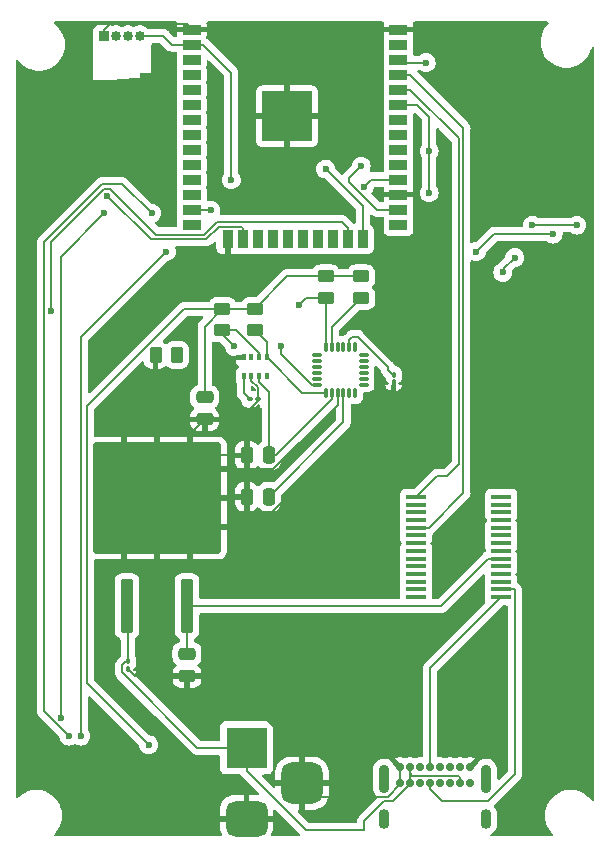
<source format=gbr>
%TF.GenerationSoftware,KiCad,Pcbnew,7.0.6*%
%TF.CreationDate,2023-08-21T19:58:40-03:00*%
%TF.ProjectId,satelite,73617465-6c69-4746-952e-6b696361645f,rev?*%
%TF.SameCoordinates,Original*%
%TF.FileFunction,Copper,L1,Top*%
%TF.FilePolarity,Positive*%
%FSLAX46Y46*%
G04 Gerber Fmt 4.6, Leading zero omitted, Abs format (unit mm)*
G04 Created by KiCad (PCBNEW 7.0.6) date 2023-08-21 19:58:40*
%MOMM*%
%LPD*%
G01*
G04 APERTURE LIST*
G04 Aperture macros list*
%AMRoundRect*
0 Rectangle with rounded corners*
0 $1 Rounding radius*
0 $2 $3 $4 $5 $6 $7 $8 $9 X,Y pos of 4 corners*
0 Add a 4 corners polygon primitive as box body*
4,1,4,$2,$3,$4,$5,$6,$7,$8,$9,$2,$3,0*
0 Add four circle primitives for the rounded corners*
1,1,$1+$1,$2,$3*
1,1,$1+$1,$4,$5*
1,1,$1+$1,$6,$7*
1,1,$1+$1,$8,$9*
0 Add four rect primitives between the rounded corners*
20,1,$1+$1,$2,$3,$4,$5,0*
20,1,$1+$1,$4,$5,$6,$7,0*
20,1,$1+$1,$6,$7,$8,$9,0*
20,1,$1+$1,$8,$9,$2,$3,0*%
G04 Aperture macros list end*
%TA.AperFunction,ComponentPad*%
%ADD10O,0.850000X0.850000*%
%TD*%
%TA.AperFunction,ComponentPad*%
%ADD11R,0.850000X0.850000*%
%TD*%
%TA.AperFunction,SMDPad,CuDef*%
%ADD12RoundRect,0.250000X0.262500X0.450000X-0.262500X0.450000X-0.262500X-0.450000X0.262500X-0.450000X0*%
%TD*%
%TA.AperFunction,SMDPad,CuDef*%
%ADD13RoundRect,0.250000X-0.450000X0.262500X-0.450000X-0.262500X0.450000X-0.262500X0.450000X0.262500X0*%
%TD*%
%TA.AperFunction,ComponentPad*%
%ADD14C,0.700000*%
%TD*%
%TA.AperFunction,ComponentPad*%
%ADD15O,0.900000X2.400000*%
%TD*%
%TA.AperFunction,ComponentPad*%
%ADD16O,0.900000X1.700000*%
%TD*%
%TA.AperFunction,SMDPad,CuDef*%
%ADD17RoundRect,0.250000X-0.475000X0.250000X-0.475000X-0.250000X0.475000X-0.250000X0.475000X0.250000X0*%
%TD*%
%TA.AperFunction,SMDPad,CuDef*%
%ADD18R,1.050000X1.050000*%
%TD*%
%TA.AperFunction,HeatsinkPad*%
%ADD19C,0.600000*%
%TD*%
%TA.AperFunction,SMDPad,CuDef*%
%ADD20R,4.200000X4.200000*%
%TD*%
%TA.AperFunction,SMDPad,CuDef*%
%ADD21R,1.500000X0.900000*%
%TD*%
%TA.AperFunction,SMDPad,CuDef*%
%ADD22R,0.900000X1.500000*%
%TD*%
%TA.AperFunction,SMDPad,CuDef*%
%ADD23RoundRect,0.100000X-0.130000X-0.100000X0.130000X-0.100000X0.130000X0.100000X-0.130000X0.100000X0*%
%TD*%
%TA.AperFunction,SMDPad,CuDef*%
%ADD24R,0.350000X0.500000*%
%TD*%
%TA.AperFunction,SMDPad,CuDef*%
%ADD25RoundRect,0.250000X0.300000X-2.050000X0.300000X2.050000X-0.300000X2.050000X-0.300000X-2.050000X0*%
%TD*%
%TA.AperFunction,SMDPad,CuDef*%
%ADD26RoundRect,0.250000X2.375000X-2.025000X2.375000X2.025000X-2.375000X2.025000X-2.375000X-2.025000X0*%
%TD*%
%TA.AperFunction,SMDPad,CuDef*%
%ADD27RoundRect,0.250002X5.149998X-4.449998X5.149998X4.449998X-5.149998X4.449998X-5.149998X-4.449998X0*%
%TD*%
%TA.AperFunction,SMDPad,CuDef*%
%ADD28RoundRect,0.100000X-0.100000X0.130000X-0.100000X-0.130000X0.100000X-0.130000X0.100000X0.130000X0*%
%TD*%
%TA.AperFunction,ComponentPad*%
%ADD29R,3.500000X3.500000*%
%TD*%
%TA.AperFunction,ComponentPad*%
%ADD30RoundRect,0.750000X1.000000X-0.750000X1.000000X0.750000X-1.000000X0.750000X-1.000000X-0.750000X0*%
%TD*%
%TA.AperFunction,ComponentPad*%
%ADD31RoundRect,0.875000X0.875000X-0.875000X0.875000X0.875000X-0.875000X0.875000X-0.875000X-0.875000X0*%
%TD*%
%TA.AperFunction,SMDPad,CuDef*%
%ADD32RoundRect,0.075000X-0.350000X-0.075000X0.350000X-0.075000X0.350000X0.075000X-0.350000X0.075000X0*%
%TD*%
%TA.AperFunction,SMDPad,CuDef*%
%ADD33RoundRect,0.075000X0.075000X-0.350000X0.075000X0.350000X-0.075000X0.350000X-0.075000X-0.350000X0*%
%TD*%
%TA.AperFunction,SMDPad,CuDef*%
%ADD34RoundRect,0.250000X0.250000X0.475000X-0.250000X0.475000X-0.250000X-0.475000X0.250000X-0.475000X0*%
%TD*%
%TA.AperFunction,SMDPad,CuDef*%
%ADD35R,1.750000X0.450000*%
%TD*%
%TA.AperFunction,ViaPad*%
%ADD36C,0.600000*%
%TD*%
%TA.AperFunction,Conductor*%
%ADD37C,0.200000*%
%TD*%
G04 APERTURE END LIST*
D10*
%TO.P,REF\u002A\u002A,4*%
%TO.N,N/C*%
X137000000Y-64750000D03*
%TO.P,REF\u002A\u002A,3*%
X136000000Y-64750000D03*
%TO.P,REF\u002A\u002A,2*%
X135000000Y-64750000D03*
D11*
%TO.P,REF\u002A\u002A,1*%
X134000000Y-64750000D03*
%TD*%
D12*
%TO.P,R5,1*%
%TO.N,Net-(U2-SDO)*%
X140162500Y-91750000D03*
%TO.P,R5,2*%
%TO.N,GND*%
X138337500Y-91750000D03*
%TD*%
D13*
%TO.P,R2,1*%
%TO.N,Net-(J1-VDD)*%
X155750000Y-85087500D03*
%TO.P,R2,2*%
%TO.N,Net-(U1-SCL)*%
X155750000Y-86912500D03*
%TD*%
D14*
%TO.P,J2,A1,GND*%
%TO.N,GND*%
X159025000Y-126650000D03*
%TO.P,J2,A4,VBUS*%
%TO.N,Net-(U7-IN)*%
X159875000Y-126650000D03*
%TO.P,J2,A5,CC1*%
%TO.N,unconnected-(J2-CC1-PadA5)*%
X160725000Y-126650000D03*
%TO.P,J2,A6,D+*%
%TO.N,Net-(U6-USBD+)*%
X161575000Y-126650000D03*
%TO.P,J2,A7,D-*%
%TO.N,unconnected-(J2-D--PadA7)*%
X162425000Y-126650000D03*
%TO.P,J2,A8,SBU1*%
%TO.N,unconnected-(J2-SBU1-PadA8)*%
X163275000Y-126650000D03*
%TO.P,J2,A9,VBUS*%
%TO.N,Net-(U7-IN)*%
X164125000Y-126650000D03*
%TO.P,J2,A12,GND*%
%TO.N,GND*%
X164975000Y-126650000D03*
%TO.P,J2,B1,GND*%
X164975000Y-128000000D03*
%TO.P,J2,B4,VBUS*%
%TO.N,Net-(U7-IN)*%
X164125000Y-128000000D03*
%TO.P,J2,B5,CC2*%
%TO.N,unconnected-(J2-CC2-PadB5)*%
X163275000Y-128000000D03*
%TO.P,J2,B6,D+*%
%TO.N,unconnected-(J2-D+-PadB6)*%
X162425000Y-128000000D03*
%TO.P,J2,B7,D-*%
%TO.N,Net-(U6-USBD-)*%
X161575000Y-128000000D03*
%TO.P,J2,B8,SBU2*%
%TO.N,unconnected-(J2-SBU2-PadB8)*%
X160725000Y-128000000D03*
%TO.P,J2,B9,VBUS*%
%TO.N,Net-(U7-IN)*%
X159875000Y-128000000D03*
%TO.P,J2,B12,GND*%
%TO.N,GND*%
X159025000Y-128000000D03*
D15*
%TO.P,J2,S1,SHIELD*%
%TO.N,unconnected-(J2-SHIELD-PadS1)*%
X157675000Y-127630000D03*
D16*
X157675000Y-131010000D03*
D15*
X166325000Y-127630000D03*
D16*
X166325000Y-131010000D03*
%TD*%
D17*
%TO.P,C1,1*%
%TO.N,Net-(U6-VCC)*%
X141000000Y-117050000D03*
%TO.P,C1,2*%
%TO.N,GND*%
X141000000Y-118950000D03*
%TD*%
D13*
%TO.P,R1,1*%
%TO.N,Net-(J1-VDD)*%
X144000000Y-87837500D03*
%TO.P,R1,2*%
%TO.N,Net-(U1-AUX_DA)*%
X144000000Y-89662500D03*
%TD*%
D18*
%TO.P,U4,39,GND*%
%TO.N,GND*%
X151000000Y-73050000D03*
D19*
X151000000Y-72287500D03*
D18*
X151000000Y-71525000D03*
D19*
X151000000Y-70762500D03*
D18*
X151000000Y-70000000D03*
D19*
X150237500Y-73050000D03*
X150237500Y-71525000D03*
X150237500Y-70000000D03*
D18*
X149475000Y-73050000D03*
D19*
X149475000Y-72287500D03*
D20*
X149475000Y-71525000D03*
D18*
X149475000Y-71525000D03*
D19*
X149475000Y-70762500D03*
D18*
X149475000Y-70000000D03*
D19*
X148712500Y-73050000D03*
X148712500Y-71525000D03*
X148712500Y-70000000D03*
D18*
X147950000Y-73050000D03*
D19*
X147950000Y-72287500D03*
D18*
X147950000Y-71525000D03*
D19*
X147950000Y-70762500D03*
D18*
X147950000Y-70000000D03*
D21*
%TO.P,U4,38,GND*%
X158905000Y-64185000D03*
%TO.P,U4,37,IO23*%
%TO.N,unconnected-(U4-IO23-Pad37)*%
X158905000Y-65455000D03*
%TO.P,U4,36,IO22*%
%TO.N,Net-(U1-SCL)*%
X158905000Y-66725000D03*
%TO.P,U4,35,TXD0/IO1*%
%TO.N,Net-(U4-TXD0{slash}IO1)*%
X158905000Y-67995000D03*
%TO.P,U4,34,RXD0/IO3*%
%TO.N,Net-(U4-RXD0{slash}IO3)*%
X158905000Y-69265000D03*
%TO.P,U4,33,IO21*%
%TO.N,Net-(U1-SDA)*%
X158905000Y-70535000D03*
%TO.P,U4,32,NC*%
%TO.N,unconnected-(U4-NC-Pad32)*%
X158905000Y-71805000D03*
%TO.P,U4,31,IO19*%
%TO.N,unconnected-(U4-IO19-Pad31)*%
X158905000Y-73075000D03*
%TO.P,U4,30,IO18*%
%TO.N,unconnected-(U4-IO18-Pad30)*%
X158905000Y-74345000D03*
%TO.P,U4,29,IO5*%
%TO.N,unconnected-(U4-IO5-Pad29)*%
X158905000Y-75615000D03*
%TO.P,U4,28,IO17*%
%TO.N,Net-(U4-IO17)*%
X158905000Y-76885000D03*
%TO.P,U4,27,IO16*%
%TO.N,GND*%
X158905000Y-78155000D03*
%TO.P,U4,26,IO4*%
%TO.N,Net-(J1-DAT1)*%
X158905000Y-79425000D03*
%TO.P,U4,25,IO0*%
%TO.N,unconnected-(U4-IO0-Pad25)*%
X158905000Y-80695000D03*
D22*
%TO.P,U4,24,IO2*%
%TO.N,Net-(J1-DAT0)*%
X155875000Y-81945000D03*
%TO.P,U4,23,IO15*%
%TO.N,Net-(J1-CMD)*%
X154605000Y-81945000D03*
%TO.P,U4,22,SDI/SD1*%
%TO.N,unconnected-(U4-SDI{slash}SD1-Pad22)*%
X153335000Y-81945000D03*
%TO.P,U4,21,SDO/SD0*%
%TO.N,unconnected-(U4-SDO{slash}SD0-Pad21)*%
X152065000Y-81945000D03*
%TO.P,U4,20,SCK/CLK*%
%TO.N,unconnected-(U4-SCK{slash}CLK-Pad20)*%
X150795000Y-81945000D03*
%TO.P,U4,19,SCS/CMD*%
%TO.N,unconnected-(U4-SCS{slash}CMD-Pad19)*%
X149525000Y-81945000D03*
%TO.P,U4,18,SWP/SD3*%
%TO.N,unconnected-(U4-SWP{slash}SD3-Pad18)*%
X148255000Y-81945000D03*
%TO.P,U4,17,SHD/SD2*%
%TO.N,unconnected-(U4-SHD{slash}SD2-Pad17)*%
X146985000Y-81945000D03*
%TO.P,U4,16,IO13*%
%TO.N,Net-(J1-CD{slash}DAT3)*%
X145715000Y-81945000D03*
%TO.P,U4,15,GND*%
%TO.N,GND*%
X144445000Y-81945000D03*
D21*
%TO.P,U4,14,IO12*%
%TO.N,Net-(J1-DAT2)*%
X141405000Y-80695000D03*
%TO.P,U4,13,IO14*%
%TO.N,Net-(J1-CLK)*%
X141405000Y-79425000D03*
%TO.P,U4,12,IO27*%
%TO.N,unconnected-(U4-IO27-Pad12)*%
X141405000Y-78155000D03*
%TO.P,U4,11,IO26*%
%TO.N,unconnected-(U4-IO26-Pad11)*%
X141405000Y-76885000D03*
%TO.P,U4,10,IO25*%
%TO.N,unconnected-(U4-IO25-Pad10)*%
X141405000Y-75615000D03*
%TO.P,U4,9,IO33*%
%TO.N,unconnected-(U4-IO33-Pad9)*%
X141405000Y-74345000D03*
%TO.P,U4,8,IO32*%
%TO.N,unconnected-(U4-IO32-Pad8)*%
X141405000Y-73075000D03*
%TO.P,U4,7,IO35*%
%TO.N,unconnected-(U4-IO35-Pad7)*%
X141405000Y-71805000D03*
%TO.P,U4,6,IO34*%
%TO.N,unconnected-(U4-IO34-Pad6)*%
X141405000Y-70535000D03*
%TO.P,U4,5,SENSOR_VN*%
%TO.N,unconnected-(U4-SENSOR_VN-Pad5)*%
X141405000Y-69265000D03*
%TO.P,U4,4,SENSOR_VP*%
%TO.N,unconnected-(U4-SENSOR_VP-Pad4)*%
X141405000Y-67995000D03*
%TO.P,U4,3,EN*%
%TO.N,unconnected-(U4-EN-Pad3)*%
X141405000Y-66725000D03*
%TO.P,U4,2,VDD*%
%TO.N,Net-(J1-VDD)*%
X141405000Y-65455000D03*
%TO.P,U4,1,GND*%
%TO.N,GND*%
X141405000Y-64185000D03*
%TD*%
D23*
%TO.P,C6,1*%
%TO.N,Net-(J1-VDD)*%
X146335000Y-95500000D03*
%TO.P,C6,2*%
%TO.N,GND*%
X146975000Y-95500000D03*
%TD*%
D24*
%TO.P,U2,1,GND*%
%TO.N,GND*%
X145800000Y-91950000D03*
%TO.P,U2,2,CSB*%
%TO.N,unconnected-(U2-CSB-Pad2)*%
X146450000Y-91950000D03*
%TO.P,U2,3,SDI*%
%TO.N,Net-(U1-AUX_DA)*%
X147100000Y-91950000D03*
%TO.P,U2,4,SCK*%
%TO.N,Net-(U1-AUX_CL)*%
X147750000Y-91950000D03*
%TO.P,U2,5,SDO*%
%TO.N,Net-(U2-SDO)*%
X147750000Y-93550000D03*
%TO.P,U2,6,VDDIO*%
%TO.N,Net-(J1-VDD)*%
X147100000Y-93550000D03*
%TO.P,U2,7,GND*%
%TO.N,GND*%
X146450000Y-93550000D03*
%TO.P,U2,8,VDD*%
%TO.N,Net-(J1-VDD)*%
X145800000Y-93550000D03*
%TD*%
D25*
%TO.P,U7,1,IN*%
%TO.N,Net-(U7-IN)*%
X135920000Y-113000000D03*
D26*
%TO.P,U7,2,GND*%
%TO.N,GND*%
X135685000Y-106275000D03*
X141235000Y-106275000D03*
D27*
X138460000Y-103850000D03*
D26*
X135685000Y-101425000D03*
X141235000Y-101425000D03*
D25*
%TO.P,U7,3,OUT*%
%TO.N,Net-(U6-VCC)*%
X141000000Y-113000000D03*
%TD*%
D28*
%TO.P,C4,1*%
%TO.N,Net-(U1-CPOUT)*%
X158500000Y-93430000D03*
%TO.P,C4,2*%
%TO.N,GND*%
X158500000Y-94070000D03*
%TD*%
D29*
%TO.P,J4,1*%
%TO.N,Net-(U7-IN)*%
X146042500Y-125000000D03*
D30*
%TO.P,J4,2*%
%TO.N,GND*%
X146042500Y-131000000D03*
D31*
%TO.P,J4,3*%
X150742500Y-128000000D03*
%TD*%
D17*
%TO.P,C7,1*%
%TO.N,Net-(J1-VDD)*%
X142500000Y-95300000D03*
%TO.P,C7,2*%
%TO.N,GND*%
X142500000Y-97200000D03*
%TD*%
D13*
%TO.P,R3,1*%
%TO.N,Net-(J1-VDD)*%
X152750000Y-85087500D03*
%TO.P,R3,2*%
%TO.N,Net-(U1-SDA)*%
X152750000Y-86912500D03*
%TD*%
D32*
%TO.P,U1,1,CLKIN*%
%TO.N,GND*%
X152050000Y-91750000D03*
%TO.P,U1,2,NC*%
%TO.N,unconnected-(U1-NC-Pad2)*%
X152050000Y-92250000D03*
%TO.P,U1,3,NC*%
%TO.N,unconnected-(U1-NC-Pad3)*%
X152050000Y-92750000D03*
%TO.P,U1,4,NC*%
%TO.N,unconnected-(U1-NC-Pad4)*%
X152050000Y-93250000D03*
%TO.P,U1,5,NC*%
%TO.N,unconnected-(U1-NC-Pad5)*%
X152050000Y-93750000D03*
%TO.P,U1,6,AUX_DA*%
%TO.N,Net-(U1-AUX_DA)*%
X152050000Y-94250000D03*
D33*
%TO.P,U1,7,AUX_CL*%
%TO.N,Net-(U1-AUX_CL)*%
X152750000Y-94950000D03*
%TO.P,U1,8,VLOGIC*%
%TO.N,Net-(J1-VDD)*%
X153250000Y-94950000D03*
%TO.P,U1,9,AD0*%
%TO.N,GND*%
X153750000Y-94950000D03*
%TO.P,U1,10,REGOUT*%
%TO.N,Net-(U1-REGOUT)*%
X154250000Y-94950000D03*
%TO.P,U1,11,FSYNC*%
%TO.N,unconnected-(U1-FSYNC-Pad11)*%
X154750000Y-94950000D03*
%TO.P,U1,12,INT*%
%TO.N,unconnected-(U1-INT-Pad12)*%
X155250000Y-94950000D03*
D32*
%TO.P,U1,13,VDD*%
%TO.N,Net-(J1-VDD)*%
X155950000Y-94250000D03*
%TO.P,U1,14,NC*%
%TO.N,unconnected-(U1-NC-Pad14)*%
X155950000Y-93750000D03*
%TO.P,U1,15,NC*%
%TO.N,unconnected-(U1-NC-Pad15)*%
X155950000Y-93250000D03*
%TO.P,U1,16,NC*%
%TO.N,unconnected-(U1-NC-Pad16)*%
X155950000Y-92750000D03*
%TO.P,U1,17,NC*%
%TO.N,unconnected-(U1-NC-Pad17)*%
X155950000Y-92250000D03*
%TO.P,U1,18,GND*%
%TO.N,GND*%
X155950000Y-91750000D03*
D33*
%TO.P,U1,19,RESV*%
%TO.N,unconnected-(U1-RESV-Pad19)*%
X155250000Y-91050000D03*
%TO.P,U1,20,CPOUT*%
%TO.N,Net-(U1-CPOUT)*%
X154750000Y-91050000D03*
%TO.P,U1,21,RESV*%
%TO.N,unconnected-(U1-RESV-Pad21)*%
X154250000Y-91050000D03*
%TO.P,U1,22,RESV*%
%TO.N,unconnected-(U1-RESV-Pad22)*%
X153750000Y-91050000D03*
%TO.P,U1,23,SCL*%
%TO.N,Net-(U1-SCL)*%
X153250000Y-91050000D03*
%TO.P,U1,24,SDA*%
%TO.N,Net-(U1-SDA)*%
X152750000Y-91050000D03*
%TD*%
D34*
%TO.P,C5,1*%
%TO.N,Net-(U1-REGOUT)*%
X147950000Y-103750000D03*
%TO.P,C5,2*%
%TO.N,GND*%
X146050000Y-103750000D03*
%TD*%
D35*
%TO.P,U6,1,TXD*%
%TO.N,Net-(U4-RXD0{slash}IO3)*%
X160400000Y-103775000D03*
%TO.P,U6,2,DTR*%
%TO.N,unconnected-(U6-DTR-Pad2)*%
X160400000Y-104425000D03*
%TO.P,U6,3,RTS*%
%TO.N,unconnected-(U6-RTS-Pad3)*%
X160400000Y-105075000D03*
%TO.P,U6,4,VCCIO*%
%TO.N,Net-(J1-VDD)*%
X160400000Y-105725000D03*
%TO.P,U6,5,RXD*%
%TO.N,Net-(U4-TXD0{slash}IO1)*%
X160400000Y-106375000D03*
%TO.P,U6,6,RI*%
%TO.N,unconnected-(U6-RI-Pad6)*%
X160400000Y-107025000D03*
%TO.P,U6,7,GND*%
%TO.N,GND*%
X160400000Y-107675000D03*
%TO.P,U6,8*%
%TO.N,N/C*%
X160400000Y-108325000D03*
%TO.P,U6,9,DCR*%
%TO.N,unconnected-(U6-DCR-Pad9)*%
X160400000Y-108975000D03*
%TO.P,U6,10,DCD*%
%TO.N,unconnected-(U6-DCD-Pad10)*%
X160400000Y-109625000D03*
%TO.P,U6,11,CTS*%
%TO.N,unconnected-(U6-CTS-Pad11)*%
X160400000Y-110275000D03*
%TO.P,U6,12,CBUS4*%
%TO.N,unconnected-(U6-CBUS4-Pad12)*%
X160400000Y-110925000D03*
%TO.P,U6,13,CBUS2*%
%TO.N,unconnected-(U6-CBUS2-Pad13)*%
X160400000Y-111575000D03*
%TO.P,U6,14,CBUS3*%
%TO.N,unconnected-(U6-CBUS3-Pad14)*%
X160400000Y-112225000D03*
%TO.P,U6,15,USBD+*%
%TO.N,Net-(U6-USBD+)*%
X167600000Y-112225000D03*
%TO.P,U6,16,USBD-*%
%TO.N,Net-(U6-USBD-)*%
X167600000Y-111575000D03*
%TO.P,U6,17,3V3OUT*%
%TO.N,Net-(J1-VDD)*%
X167600000Y-110925000D03*
%TO.P,U6,18,GND*%
%TO.N,GND*%
X167600000Y-110275000D03*
%TO.P,U6,19,~{RESET}*%
%TO.N,unconnected-(U6-~{RESET}-Pad19)*%
X167600000Y-109625000D03*
%TO.P,U6,20,VCC*%
%TO.N,Net-(U6-VCC)*%
X167600000Y-108975000D03*
%TO.P,U6,21,GND*%
%TO.N,GND*%
X167600000Y-108325000D03*
%TO.P,U6,22,CBUS1*%
%TO.N,unconnected-(U6-CBUS1-Pad22)*%
X167600000Y-107675000D03*
%TO.P,U6,23,CBUS0*%
%TO.N,unconnected-(U6-CBUS0-Pad23)*%
X167600000Y-107025000D03*
%TO.P,U6,24*%
%TO.N,N/C*%
X167600000Y-106375000D03*
%TO.P,U6,25,AGND*%
%TO.N,GND*%
X167600000Y-105725000D03*
%TO.P,U6,26,TEST*%
%TO.N,unconnected-(U6-TEST-Pad26)*%
X167600000Y-105075000D03*
%TO.P,U6,27,OSCI*%
%TO.N,unconnected-(U6-OSCI-Pad27)*%
X167600000Y-104425000D03*
%TO.P,U6,28,OSCO*%
%TO.N,unconnected-(U6-OSCO-Pad28)*%
X167600000Y-103775000D03*
%TD*%
D34*
%TO.P,C3,1*%
%TO.N,Net-(J1-VDD)*%
X147950000Y-100250000D03*
%TO.P,C3,2*%
%TO.N,GND*%
X146050000Y-100250000D03*
%TD*%
D28*
%TO.P,C2,1*%
%TO.N,Net-(U7-IN)*%
X136000000Y-117680000D03*
%TO.P,C2,2*%
%TO.N,GND*%
X136000000Y-118320000D03*
%TD*%
D13*
%TO.P,R4,1*%
%TO.N,Net-(J1-VDD)*%
X146750000Y-87837500D03*
%TO.P,R4,2*%
%TO.N,Net-(U1-AUX_CL)*%
X146750000Y-89662500D03*
%TD*%
D36*
%TO.N,Net-(U1-SCL)*%
X161250000Y-67000000D03*
%TO.N,Net-(J1-VDD)*%
X144750000Y-76900000D03*
X137750000Y-124750000D03*
%TO.N,Net-(J1-DAT1)*%
X155750000Y-75750000D03*
X134000000Y-79750000D03*
X130298911Y-122451089D03*
%TO.N,Net-(J1-DAT0)*%
X152750000Y-76000000D03*
X138000000Y-79750000D03*
X131000000Y-124000000D03*
%TO.N,Net-(J1-CLK)*%
X143000000Y-79500000D03*
X139250000Y-83000000D03*
X139250000Y-83000000D03*
X132000000Y-124000000D03*
%TO.N,Net-(J1-CMD)*%
X129500000Y-88000000D03*
%TO.N,Net-(J1-CD{slash}DAT3)*%
X134250000Y-78250000D03*
%TO.N,Net-(J5-In)*%
X174000000Y-80750000D03*
X170250000Y-80750000D03*
%TO.N,Net-(U5-VCC)*%
X172000000Y-81500000D03*
X165500000Y-83000000D03*
%TO.N,Net-(U1-SDA)*%
X161500000Y-74500000D03*
%TO.N,Net-(U3-V_BCKP)*%
X167750000Y-84750000D03*
X168750000Y-83500000D03*
%TO.N,Net-(U4-IO17)*%
X156000000Y-77500000D03*
%TO.N,Net-(U1-SDA)*%
X161500000Y-78000000D03*
X150500000Y-87499502D03*
%TO.N,Net-(U1-AUX_DA)*%
X149000000Y-91000000D03*
X149000000Y-91000000D03*
X145000000Y-91000000D03*
%TD*%
D37*
%TO.N,Net-(U1-SCL)*%
X159180000Y-67000000D02*
X158905000Y-66725000D01*
X161250000Y-67000000D02*
X159180000Y-67000000D01*
%TO.N,Net-(J1-VDD)*%
X139705000Y-65455000D02*
X141405000Y-65455000D01*
X139000000Y-64750000D02*
X139705000Y-65455000D01*
X137000000Y-64750000D02*
X139000000Y-64750000D01*
%TO.N,GND*%
X140970000Y-63750000D02*
X141405000Y-64185000D01*
X134000000Y-64250000D02*
X134500000Y-63750000D01*
X134000000Y-64750000D02*
X134000000Y-64250000D01*
X134500000Y-63750000D02*
X140970000Y-63750000D01*
%TO.N,Net-(J1-VDD)*%
X141405000Y-65455000D02*
X142355000Y-65455000D01*
X142355000Y-65455000D02*
X144750000Y-67850000D01*
X144750000Y-67850000D02*
X144750000Y-76900000D01*
X132500000Y-119500000D02*
X132500000Y-96097183D01*
X132500000Y-96097183D02*
X140759683Y-87837500D01*
X140759683Y-87837500D02*
X144000000Y-87837500D01*
X137750000Y-124750000D02*
X132500000Y-119500000D01*
%TO.N,Net-(J1-DAT1)*%
X157076471Y-79425000D02*
X158905000Y-79425000D01*
X154750000Y-77098529D02*
X157076471Y-79425000D01*
X154750000Y-76750000D02*
X154750000Y-77098529D01*
X155750000Y-75750000D02*
X154750000Y-76750000D01*
X130298911Y-83451089D02*
X134000000Y-79750000D01*
X130298911Y-122451089D02*
X130298911Y-83451089D01*
%TO.N,Net-(J1-DAT0)*%
X155875000Y-79125000D02*
X155875000Y-81945000D01*
X152750000Y-76000000D02*
X155875000Y-79125000D01*
X133835785Y-77250000D02*
X134750000Y-77250000D01*
X134750000Y-77250000D02*
X135500000Y-77250000D01*
X128900000Y-121900000D02*
X128900000Y-82185785D01*
X135500000Y-77250000D02*
X138000000Y-79750000D01*
X128900000Y-82185785D02*
X133835785Y-77250000D01*
X131000000Y-124000000D02*
X128900000Y-121900000D01*
%TO.N,Net-(J1-CLK)*%
X141480000Y-79500000D02*
X141405000Y-79425000D01*
X143000000Y-79500000D02*
X141480000Y-79500000D01*
X132000000Y-90250000D02*
X139250000Y-83000000D01*
X132000000Y-124000000D02*
X132000000Y-90250000D01*
%TO.N,Net-(J1-CMD)*%
X154605000Y-80995000D02*
X154605000Y-81945000D01*
X154105000Y-80495000D02*
X154605000Y-80995000D01*
X143529315Y-80495000D02*
X154105000Y-80495000D01*
X142479314Y-81545000D02*
X143529315Y-80495000D01*
X138393529Y-81545000D02*
X142479314Y-81545000D01*
X134498529Y-77650000D02*
X138393529Y-81545000D01*
X134001471Y-77650000D02*
X134498529Y-77650000D01*
X129500000Y-82151471D02*
X134001471Y-77650000D01*
X129500000Y-88000000D02*
X129500000Y-82151471D01*
%TO.N,Net-(J1-CD{slash}DAT3)*%
X145715000Y-80995000D02*
X145715000Y-81945000D01*
X145615000Y-80895000D02*
X145715000Y-80995000D01*
X142645000Y-81945000D02*
X143695000Y-80895000D01*
X137945000Y-81945000D02*
X142645000Y-81945000D01*
X143695000Y-80895000D02*
X145615000Y-80895000D01*
X134250000Y-78250000D02*
X137945000Y-81945000D01*
%TO.N,Net-(J5-In)*%
X170250000Y-80750000D02*
X174000000Y-80750000D01*
%TO.N,Net-(U5-VCC)*%
X167000000Y-81500000D02*
X172000000Y-81500000D01*
X165500000Y-83000000D02*
X167000000Y-81500000D01*
%TO.N,Net-(U1-SDA)*%
X161500000Y-78000000D02*
X161500000Y-74500000D01*
X161500000Y-74500000D02*
X161500000Y-71560000D01*
%TO.N,Net-(U3-V_BCKP)*%
X167750000Y-84500000D02*
X167750000Y-84750000D01*
X168750000Y-83500000D02*
X167750000Y-84500000D01*
%TO.N,Net-(U4-IO17)*%
X156615000Y-76885000D02*
X158905000Y-76885000D01*
X156000000Y-77500000D02*
X156615000Y-76885000D01*
%TO.N,Net-(U1-SDA)*%
X160475000Y-70535000D02*
X158905000Y-70535000D01*
X161500000Y-71560000D02*
X160475000Y-70535000D01*
X151087002Y-86912500D02*
X150500000Y-87499502D01*
X152750000Y-86912500D02*
X151087002Y-86912500D01*
%TO.N,Net-(U1-AUX_DA)*%
X151594670Y-94250000D02*
X152050000Y-94250000D01*
X149000000Y-91000000D02*
X149000000Y-91655330D01*
X149000000Y-91655330D02*
X151594670Y-94250000D01*
X144000000Y-90000000D02*
X145000000Y-91000000D01*
X144000000Y-89662500D02*
X144000000Y-90000000D01*
%TO.N,Net-(U4-RXD0{slash}IO3)*%
X160400000Y-103775000D02*
X162175000Y-102000000D01*
X164000000Y-101000000D02*
X164000000Y-73410000D01*
X162175000Y-102000000D02*
X163000000Y-102000000D01*
X159855000Y-69265000D02*
X158905000Y-69265000D01*
X163000000Y-102000000D02*
X164000000Y-101000000D01*
X164000000Y-73410000D02*
X159855000Y-69265000D01*
%TO.N,Net-(U1-AUX_CL)*%
X150750000Y-94950000D02*
X147750000Y-91950000D01*
X152750000Y-94950000D02*
X150750000Y-94950000D01*
%TO.N,Net-(J1-VDD)*%
X152750000Y-85087500D02*
X149500000Y-85087500D01*
X149500000Y-85087500D02*
X146750000Y-87837500D01*
X152750000Y-85087500D02*
X155750000Y-85087500D01*
%TO.N,Net-(U1-SDA)*%
X152750000Y-91050000D02*
X152750000Y-86912500D01*
%TO.N,Net-(U1-SCL)*%
X153250000Y-89412500D02*
X155750000Y-86912500D01*
X153250000Y-91050000D02*
X153250000Y-89412500D01*
%TO.N,Net-(U1-CPOUT)*%
X154750000Y-90494670D02*
X154750000Y-91050000D01*
X154994670Y-90250000D02*
X154750000Y-90494670D01*
X155475685Y-90250000D02*
X154994670Y-90250000D01*
X158000000Y-93000000D02*
X158000000Y-92774315D01*
X158000000Y-92774315D02*
X155475685Y-90250000D01*
X158430000Y-93430000D02*
X158000000Y-93000000D01*
X158500000Y-93430000D02*
X158430000Y-93430000D01*
%TO.N,GND*%
X146927817Y-106275000D02*
X141235000Y-106275000D01*
X158500000Y-94702817D02*
X146927817Y-106275000D01*
X158500000Y-94070000D02*
X158500000Y-94702817D01*
X148277817Y-101425000D02*
X141235000Y-101425000D01*
X153750000Y-95952817D02*
X148277817Y-101425000D01*
X153750000Y-94950000D02*
X153750000Y-95952817D01*
X138460000Y-91790000D02*
X138460000Y-103850000D01*
%TO.N,Net-(J1-VDD)*%
X147100000Y-94000000D02*
X147100000Y-93550000D01*
X147950000Y-94850000D02*
X147100000Y-94000000D01*
X147950000Y-100250000D02*
X147950000Y-94850000D01*
%TO.N,GND*%
X145430685Y-97200000D02*
X142500000Y-97200000D01*
X146975000Y-95655685D02*
X145430685Y-97200000D01*
X146975000Y-95500000D02*
X146975000Y-95655685D01*
%TO.N,Net-(J1-VDD)*%
X144000000Y-87837500D02*
X146750000Y-87837500D01*
X142500000Y-95300000D02*
X142500000Y-89337500D01*
X142500000Y-89337500D02*
X144000000Y-87837500D01*
%TO.N,Net-(U1-AUX_CL)*%
X147750000Y-90662500D02*
X147750000Y-91950000D01*
X146750000Y-89662500D02*
X147750000Y-90662500D01*
%TO.N,Net-(U1-AUX_DA)*%
X147100000Y-91575000D02*
X147100000Y-91950000D01*
X144000000Y-89662500D02*
X145187500Y-89662500D01*
X145187500Y-89662500D02*
X147100000Y-91575000D01*
%TO.N,Net-(J1-VDD)*%
X153250000Y-95505330D02*
X153250000Y-94950000D01*
X148505330Y-100250000D02*
X153250000Y-95505330D01*
X147950000Y-100250000D02*
X148505330Y-100250000D01*
%TO.N,Net-(U1-REGOUT)*%
X154250000Y-97450000D02*
X154250000Y-94950000D01*
X147950000Y-103750000D02*
X154250000Y-97450000D01*
%TO.N,GND*%
X141235000Y-106275000D02*
X143760000Y-103750000D01*
X143760000Y-103750000D02*
X146050000Y-103750000D01*
X142410000Y-100250000D02*
X141235000Y-101425000D01*
X146050000Y-100250000D02*
X142410000Y-100250000D01*
X146975000Y-94450000D02*
X146450000Y-93925000D01*
X146975000Y-95500000D02*
X146975000Y-94450000D01*
X146450000Y-93925000D02*
X146450000Y-93550000D01*
%TO.N,Net-(J1-VDD)*%
X146335000Y-95500000D02*
X145800000Y-94965000D01*
X145800000Y-94965000D02*
X145800000Y-93550000D01*
%TO.N,GND*%
X141235000Y-101425000D02*
X141235000Y-100685000D01*
X141235000Y-101425000D02*
X141235000Y-98465000D01*
X141235000Y-98465000D02*
X142500000Y-97200000D01*
%TO.N,Net-(U4-TXD0{slash}IO1)*%
X159855000Y-67995000D02*
X158905000Y-67995000D01*
X164400000Y-103450000D02*
X164400000Y-72540000D01*
X161475000Y-106375000D02*
X164400000Y-103450000D01*
X164400000Y-72540000D02*
X159855000Y-67995000D01*
X160400000Y-106375000D02*
X161475000Y-106375000D01*
%TO.N,Net-(U6-VCC)*%
X166525000Y-108975000D02*
X167600000Y-108975000D01*
X162500000Y-113000000D02*
X166525000Y-108975000D01*
X141000000Y-113000000D02*
X162500000Y-113000000D01*
%TO.N,Net-(U7-IN)*%
X157694340Y-129530000D02*
X158414239Y-129530000D01*
X156000000Y-131224340D02*
X157694340Y-129530000D01*
X156000000Y-132000000D02*
X156000000Y-131224340D01*
X151092500Y-132000000D02*
X156000000Y-132000000D01*
X146042500Y-126950000D02*
X151092500Y-132000000D01*
X146042500Y-126950000D02*
X146042500Y-125000000D01*
X159875000Y-126650000D02*
X159875000Y-128069239D01*
X159875000Y-128069239D02*
X158414239Y-129530000D01*
X159875000Y-127144974D02*
X159875000Y-126650000D01*
X160080026Y-127350000D02*
X159875000Y-127144974D01*
X163969974Y-127350000D02*
X160080026Y-127350000D01*
X164125000Y-127505026D02*
X163969974Y-127350000D01*
X164125000Y-128000000D02*
X164125000Y-127505026D01*
%TO.N,Net-(U6-USBD-)*%
X168775000Y-127225000D02*
X168775000Y-111675000D01*
X166470000Y-129530000D02*
X168775000Y-127225000D01*
X162610026Y-129530000D02*
X166470000Y-129530000D01*
X168775000Y-111675000D02*
X168675000Y-111575000D01*
X168675000Y-111575000D02*
X167600000Y-111575000D01*
X161575000Y-128494974D02*
X162610026Y-129530000D01*
X161575000Y-128000000D02*
X161575000Y-128494974D01*
%TO.N,Net-(U6-USBD+)*%
X161575000Y-118250000D02*
X167600000Y-112225000D01*
X161575000Y-126650000D02*
X161575000Y-118250000D01*
%TO.N,GND*%
X151872500Y-129130000D02*
X150742500Y-128000000D01*
X157985660Y-129130000D02*
X151872500Y-129130000D01*
X159025000Y-128090660D02*
X157985660Y-129130000D01*
X159025000Y-126650000D02*
X159025000Y-128090660D01*
%TO.N,Net-(U6-VCC)*%
X141000000Y-117050000D02*
X141000000Y-113000000D01*
%TO.N,Net-(U7-IN)*%
X136000000Y-113080000D02*
X135920000Y-113000000D01*
X136000000Y-117680000D02*
X136000000Y-113080000D01*
X135500000Y-118024315D02*
X135844315Y-117680000D01*
X135844315Y-117680000D02*
X136000000Y-117680000D01*
X141884315Y-125000000D02*
X135500000Y-118615685D01*
X146042500Y-125000000D02*
X141884315Y-125000000D01*
X135500000Y-118615685D02*
X135500000Y-118024315D01*
%TO.N,GND*%
X150742500Y-125600000D02*
X150742500Y-128000000D01*
X141000000Y-118950000D02*
X144092500Y-118950000D01*
X144092500Y-118950000D02*
X150742500Y-125600000D01*
X136000000Y-118320000D02*
X136630000Y-118950000D01*
X136630000Y-118950000D02*
X141000000Y-118950000D01*
%TD*%
%TA.AperFunction,Conductor*%
%TO.N,GND*%
G36*
X140104062Y-63520185D02*
G01*
X140149817Y-63572989D01*
X140160312Y-63637755D01*
X140155001Y-63687153D01*
X140155000Y-63687172D01*
X140155000Y-63935000D01*
X142655000Y-63935000D01*
X142655000Y-63687172D01*
X142654998Y-63687153D01*
X142649688Y-63637755D01*
X142662093Y-63568996D01*
X142709703Y-63517858D01*
X142772977Y-63500500D01*
X157537023Y-63500500D01*
X157604062Y-63520185D01*
X157649817Y-63572989D01*
X157660312Y-63637755D01*
X157655001Y-63687153D01*
X157655000Y-63687172D01*
X157655000Y-63935000D01*
X160155000Y-63935000D01*
X160155000Y-63687172D01*
X160154998Y-63687153D01*
X160149688Y-63637755D01*
X160162093Y-63568996D01*
X160209703Y-63517858D01*
X160272977Y-63500500D01*
X171494589Y-63500500D01*
X171561628Y-63520185D01*
X171607383Y-63572989D01*
X171617327Y-63642147D01*
X171588302Y-63705703D01*
X171585212Y-63709137D01*
X171433875Y-63871178D01*
X171261918Y-64114786D01*
X171261914Y-64114792D01*
X171124723Y-64379560D01*
X171024865Y-64660532D01*
X171024860Y-64660548D01*
X170964194Y-64952495D01*
X170964193Y-64952497D01*
X170943844Y-65250000D01*
X170964193Y-65547502D01*
X170964194Y-65547504D01*
X171024860Y-65839451D01*
X171024865Y-65839467D01*
X171124723Y-66120439D01*
X171261914Y-66385207D01*
X171261918Y-66385213D01*
X171433875Y-66628821D01*
X171637416Y-66846760D01*
X171868721Y-67034940D01*
X171868725Y-67034943D01*
X171868727Y-67034944D01*
X171868728Y-67034945D01*
X172123513Y-67189884D01*
X172123515Y-67189885D01*
X172123517Y-67189886D01*
X172199454Y-67222870D01*
X172397023Y-67308686D01*
X172684162Y-67389138D01*
X172943882Y-67424836D01*
X172979581Y-67429743D01*
X172979582Y-67429743D01*
X173277779Y-67429743D01*
X173309628Y-67425365D01*
X173573198Y-67389138D01*
X173860337Y-67308686D01*
X174133847Y-67189884D01*
X174388632Y-67034945D01*
X174619947Y-66846757D01*
X174823482Y-66628824D01*
X174995446Y-66385206D01*
X175132636Y-66120441D01*
X175232496Y-65839462D01*
X175232496Y-65839457D01*
X175232499Y-65839451D01*
X175254094Y-65735530D01*
X175287006Y-65673897D01*
X175348014Y-65639843D01*
X175417749Y-65644178D01*
X175474071Y-65685526D01*
X175499096Y-65750760D01*
X175499500Y-65760758D01*
X175499500Y-129412142D01*
X175479815Y-129479181D01*
X175427011Y-129524936D01*
X175357853Y-129534880D01*
X175294297Y-129505855D01*
X175274196Y-129483650D01*
X175194804Y-129371178D01*
X175115775Y-129286559D01*
X174991267Y-129153243D01*
X174991265Y-129153242D01*
X174991263Y-129153239D01*
X174759958Y-128965059D01*
X174759954Y-128965056D01*
X174515231Y-128816236D01*
X174505167Y-128810116D01*
X174505166Y-128810115D01*
X174505162Y-128810113D01*
X174231658Y-128691314D01*
X173944524Y-128610863D01*
X173944519Y-128610862D01*
X173944518Y-128610862D01*
X173796808Y-128590559D01*
X173649099Y-128570257D01*
X173649098Y-128570257D01*
X173350902Y-128570257D01*
X173350901Y-128570257D01*
X173055482Y-128610862D01*
X173055475Y-128610863D01*
X172768341Y-128691314D01*
X172494837Y-128810113D01*
X172240045Y-128965056D01*
X172240041Y-128965059D01*
X172008736Y-129153239D01*
X171805195Y-129371178D01*
X171633238Y-129614786D01*
X171633234Y-129614792D01*
X171496043Y-129879560D01*
X171396185Y-130160532D01*
X171396180Y-130160548D01*
X171335514Y-130452495D01*
X171335513Y-130452497D01*
X171315164Y-130750000D01*
X171335513Y-131047502D01*
X171335514Y-131047504D01*
X171396180Y-131339451D01*
X171396185Y-131339467D01*
X171496043Y-131620439D01*
X171633234Y-131885207D01*
X171633238Y-131885213D01*
X171805195Y-132128821D01*
X171805198Y-132128824D01*
X171937297Y-132270268D01*
X171956532Y-132290863D01*
X171987904Y-132353294D01*
X171980544Y-132422775D01*
X171936787Y-132477246D01*
X171870527Y-132499414D01*
X171865909Y-132499500D01*
X166807327Y-132499500D01*
X166740288Y-132479815D01*
X166694533Y-132427011D01*
X166684589Y-132357853D01*
X166713614Y-132294297D01*
X166741736Y-132270268D01*
X166909803Y-132165512D01*
X166909803Y-132165511D01*
X166909807Y-132165509D01*
X167049919Y-132032323D01*
X167160353Y-131873658D01*
X167236587Y-131696012D01*
X167275500Y-131506656D01*
X167275500Y-130561794D01*
X167272614Y-130533407D01*
X167260845Y-130417677D01*
X167202977Y-130233240D01*
X167202975Y-130233236D01*
X167202974Y-130233232D01*
X167109159Y-130064209D01*
X167034285Y-129976991D01*
X167005554Y-129913305D01*
X167015816Y-129844193D01*
X167040688Y-129808545D01*
X169168922Y-127680311D01*
X169174999Y-127674983D01*
X169203282Y-127653282D01*
X169299536Y-127527841D01*
X169360044Y-127381762D01*
X169375500Y-127264361D01*
X169380682Y-127225000D01*
X169376030Y-127189669D01*
X169375500Y-127181571D01*
X169375500Y-111718428D01*
X169376031Y-111710326D01*
X169380682Y-111674999D01*
X169380682Y-111674998D01*
X169360044Y-111518239D01*
X169360042Y-111518234D01*
X169299538Y-111372163D01*
X169299538Y-111372162D01*
X169245799Y-111302128D01*
X169203283Y-111246718D01*
X169175007Y-111225022D01*
X169168904Y-111219669D01*
X169130320Y-111181085D01*
X169124980Y-111174995D01*
X169103282Y-111146718D01*
X169078226Y-111127492D01*
X169024012Y-111085891D01*
X168982809Y-111029463D01*
X168975499Y-110987516D01*
X168975499Y-110652129D01*
X168975499Y-110652128D01*
X168971067Y-110610898D01*
X168971068Y-110584393D01*
X168974999Y-110547833D01*
X168975000Y-110547819D01*
X168975000Y-110499999D01*
X168959388Y-110484388D01*
X168945516Y-110480315D01*
X168913289Y-110450312D01*
X168843651Y-110357289D01*
X168837678Y-110349309D01*
X168813261Y-110283848D01*
X168828112Y-110215575D01*
X168837673Y-110200696D01*
X168913287Y-110099688D01*
X168961105Y-110063894D01*
X168975000Y-110050000D01*
X168975000Y-110002181D01*
X168974999Y-110002164D01*
X168971068Y-109965602D01*
X168971068Y-109939094D01*
X168975500Y-109897873D01*
X168975499Y-109352128D01*
X168975499Y-109352127D01*
X168975498Y-109352111D01*
X168971320Y-109313253D01*
X168971320Y-109286745D01*
X168975500Y-109247873D01*
X168975499Y-108702128D01*
X168971067Y-108660898D01*
X168971068Y-108634393D01*
X168974999Y-108597833D01*
X168975000Y-108597819D01*
X168975000Y-108550000D01*
X168959388Y-108534388D01*
X168945516Y-108530315D01*
X168913289Y-108500312D01*
X168875972Y-108450464D01*
X168837678Y-108399309D01*
X168813261Y-108333848D01*
X168828112Y-108265575D01*
X168837673Y-108250696D01*
X168913287Y-108149688D01*
X168961105Y-108113894D01*
X168975000Y-108099999D01*
X168975000Y-108052181D01*
X168974999Y-108052164D01*
X168971068Y-108015602D01*
X168971068Y-107989093D01*
X168975500Y-107947873D01*
X168975499Y-107402128D01*
X168975499Y-107402127D01*
X168975498Y-107402111D01*
X168971320Y-107363253D01*
X168971320Y-107336745D01*
X168975500Y-107297873D01*
X168975499Y-106752128D01*
X168975499Y-106752127D01*
X168975498Y-106752111D01*
X168971320Y-106713253D01*
X168971320Y-106686745D01*
X168975500Y-106647873D01*
X168975499Y-106102128D01*
X168971067Y-106060898D01*
X168971068Y-106034393D01*
X168974999Y-105997833D01*
X168975000Y-105997819D01*
X168975000Y-105949999D01*
X168959388Y-105934388D01*
X168945516Y-105930315D01*
X168913289Y-105900312D01*
X168887991Y-105866519D01*
X168837678Y-105799309D01*
X168813261Y-105733848D01*
X168828112Y-105665575D01*
X168837673Y-105650696D01*
X168913287Y-105549688D01*
X168961105Y-105513894D01*
X168975000Y-105500000D01*
X168975000Y-105452181D01*
X168974999Y-105452164D01*
X168971068Y-105415602D01*
X168971068Y-105389093D01*
X168975500Y-105347873D01*
X168975499Y-104802128D01*
X168975499Y-104802127D01*
X168975498Y-104802111D01*
X168971320Y-104763253D01*
X168971320Y-104736745D01*
X168975500Y-104697873D01*
X168975499Y-104152128D01*
X168975499Y-104152127D01*
X168975498Y-104152111D01*
X168971320Y-104113253D01*
X168971320Y-104086745D01*
X168975500Y-104047873D01*
X168975499Y-103502128D01*
X168969091Y-103442517D01*
X168955684Y-103406572D01*
X168918797Y-103307671D01*
X168918793Y-103307664D01*
X168832547Y-103192455D01*
X168832544Y-103192452D01*
X168717335Y-103106206D01*
X168717328Y-103106202D01*
X168582482Y-103055908D01*
X168582483Y-103055908D01*
X168522883Y-103049501D01*
X168522881Y-103049500D01*
X168522873Y-103049500D01*
X168522864Y-103049500D01*
X166677129Y-103049500D01*
X166677123Y-103049501D01*
X166617516Y-103055908D01*
X166482671Y-103106202D01*
X166482664Y-103106206D01*
X166367455Y-103192452D01*
X166367452Y-103192455D01*
X166281206Y-103307664D01*
X166281202Y-103307671D01*
X166241293Y-103414675D01*
X166230909Y-103442517D01*
X166224500Y-103502127D01*
X166224500Y-103502134D01*
X166224500Y-103502135D01*
X166224500Y-104047869D01*
X166224501Y-104047878D01*
X166228679Y-104086745D01*
X166228679Y-104113250D01*
X166224500Y-104152122D01*
X166224500Y-104697869D01*
X166224501Y-104697878D01*
X166228679Y-104736745D01*
X166228679Y-104763250D01*
X166224500Y-104802122D01*
X166224500Y-105347869D01*
X166224501Y-105347880D01*
X166228931Y-105389093D01*
X166228931Y-105415596D01*
X166225000Y-105452165D01*
X166225000Y-105500000D01*
X166240611Y-105515611D01*
X166254484Y-105519685D01*
X166286711Y-105549689D01*
X166362320Y-105650689D01*
X166386738Y-105716153D01*
X166371887Y-105784426D01*
X166362320Y-105799311D01*
X166286711Y-105900311D01*
X166238892Y-105936107D01*
X166225000Y-105949999D01*
X166225000Y-105997832D01*
X166228931Y-106034399D01*
X166228931Y-106060905D01*
X166224500Y-106102122D01*
X166224500Y-106647869D01*
X166224501Y-106647878D01*
X166228679Y-106686745D01*
X166228679Y-106713250D01*
X166224500Y-106752122D01*
X166224500Y-107297869D01*
X166224501Y-107297878D01*
X166228679Y-107336745D01*
X166228679Y-107363250D01*
X166224500Y-107402122D01*
X166224500Y-107947869D01*
X166224501Y-107947880D01*
X166228931Y-107989093D01*
X166228931Y-108015596D01*
X166225000Y-108052165D01*
X166225000Y-108100000D01*
X166240611Y-108115611D01*
X166254484Y-108119685D01*
X166286711Y-108149688D01*
X166347639Y-108231076D01*
X166372057Y-108296540D01*
X166357206Y-108364813D01*
X166307801Y-108414219D01*
X166295827Y-108419948D01*
X166222160Y-108450462D01*
X166222159Y-108450463D01*
X166096719Y-108546716D01*
X166075019Y-108574994D01*
X166069667Y-108581096D01*
X164166377Y-110484388D01*
X162287584Y-112363181D01*
X162226261Y-112396666D01*
X162199903Y-112399500D01*
X161899500Y-112399500D01*
X161832461Y-112379815D01*
X161786706Y-112327011D01*
X161775500Y-112275500D01*
X161775499Y-111952128D01*
X161775498Y-111952111D01*
X161771320Y-111913253D01*
X161771320Y-111886745D01*
X161775500Y-111847873D01*
X161775499Y-111302128D01*
X161775499Y-111302127D01*
X161775498Y-111302111D01*
X161771320Y-111263253D01*
X161771320Y-111236745D01*
X161775500Y-111197873D01*
X161775499Y-110652128D01*
X161775499Y-110652127D01*
X161775498Y-110652111D01*
X161771320Y-110613253D01*
X161771320Y-110586745D01*
X161775500Y-110547873D01*
X161775499Y-110002128D01*
X161775499Y-110002127D01*
X161775498Y-110002111D01*
X161771320Y-109963253D01*
X161771320Y-109936745D01*
X161775500Y-109897873D01*
X161775499Y-109352128D01*
X161775499Y-109352127D01*
X161775498Y-109352111D01*
X161771320Y-109313253D01*
X161771320Y-109286745D01*
X161775500Y-109247873D01*
X161775499Y-108702128D01*
X161775499Y-108702127D01*
X161775498Y-108702111D01*
X161771320Y-108663253D01*
X161771320Y-108636745D01*
X161775500Y-108597873D01*
X161775499Y-108052128D01*
X161771067Y-108010898D01*
X161771068Y-107984393D01*
X161774999Y-107947833D01*
X161775000Y-107947819D01*
X161775000Y-107899999D01*
X161759388Y-107884388D01*
X161745516Y-107880315D01*
X161713289Y-107850312D01*
X161687991Y-107816519D01*
X161637678Y-107749309D01*
X161613261Y-107683848D01*
X161628112Y-107615575D01*
X161637673Y-107600696D01*
X161713287Y-107499688D01*
X161761105Y-107463894D01*
X161775000Y-107450000D01*
X161775000Y-107402181D01*
X161774999Y-107402164D01*
X161771068Y-107365602D01*
X161771068Y-107339093D01*
X161775500Y-107297873D01*
X161775499Y-106962481D01*
X161795183Y-106895443D01*
X161824013Y-106864106D01*
X161852392Y-106842331D01*
X161903282Y-106803282D01*
X161924983Y-106774999D01*
X161930311Y-106768922D01*
X164793922Y-103905311D01*
X164799999Y-103899983D01*
X164828282Y-103878282D01*
X164924536Y-103752841D01*
X164985044Y-103606762D01*
X165000500Y-103489361D01*
X165005682Y-103450000D01*
X165001028Y-103414652D01*
X165000500Y-103406587D01*
X165000500Y-84750003D01*
X166944435Y-84750003D01*
X166964630Y-84929249D01*
X166964631Y-84929254D01*
X167024211Y-85099523D01*
X167120183Y-85252262D01*
X167120184Y-85252262D01*
X167247738Y-85379816D01*
X167400478Y-85475789D01*
X167570744Y-85535367D01*
X167570745Y-85535368D01*
X167570750Y-85535369D01*
X167749996Y-85555565D01*
X167750000Y-85555565D01*
X167750004Y-85555565D01*
X167929249Y-85535369D01*
X167929252Y-85535368D01*
X167929255Y-85535368D01*
X168099522Y-85475789D01*
X168252262Y-85379816D01*
X168379816Y-85252262D01*
X168475789Y-85099522D01*
X168535368Y-84929255D01*
X168535369Y-84929249D01*
X168555565Y-84750003D01*
X168555565Y-84749997D01*
X168541357Y-84623902D01*
X168553411Y-84555080D01*
X168576893Y-84522340D01*
X168768535Y-84330698D01*
X168829856Y-84297215D01*
X168842311Y-84295163D01*
X168929255Y-84285368D01*
X169099522Y-84225789D01*
X169252262Y-84129816D01*
X169379816Y-84002262D01*
X169475789Y-83849522D01*
X169535368Y-83679255D01*
X169540743Y-83631551D01*
X169555565Y-83500003D01*
X169555565Y-83499996D01*
X169535369Y-83320750D01*
X169535368Y-83320745D01*
X169491543Y-83195500D01*
X169475789Y-83150478D01*
X169468449Y-83138797D01*
X169414030Y-83052190D01*
X169379816Y-82997738D01*
X169252262Y-82870184D01*
X169252262Y-82870183D01*
X169099523Y-82774211D01*
X168929254Y-82714631D01*
X168929249Y-82714630D01*
X168750004Y-82694435D01*
X168749996Y-82694435D01*
X168570750Y-82714630D01*
X168570745Y-82714631D01*
X168400476Y-82774211D01*
X168247737Y-82870184D01*
X168120184Y-82997737D01*
X168024210Y-83150478D01*
X167964630Y-83320750D01*
X167954837Y-83407668D01*
X167927770Y-83472082D01*
X167919298Y-83481465D01*
X167356096Y-84044668D01*
X167349994Y-84050019D01*
X167315278Y-84076660D01*
X167314933Y-84076210D01*
X167304564Y-84084476D01*
X167247742Y-84120181D01*
X167247735Y-84120186D01*
X167120184Y-84247737D01*
X167024211Y-84400476D01*
X166964631Y-84570745D01*
X166964630Y-84570750D01*
X166944435Y-84749996D01*
X166944435Y-84750003D01*
X165000500Y-84750003D01*
X165000500Y-83848067D01*
X165020184Y-83781032D01*
X165072988Y-83735277D01*
X165142146Y-83725333D01*
X165165454Y-83731030D01*
X165320737Y-83785366D01*
X165320743Y-83785367D01*
X165320745Y-83785368D01*
X165320746Y-83785368D01*
X165320750Y-83785369D01*
X165499996Y-83805565D01*
X165500000Y-83805565D01*
X165500004Y-83805565D01*
X165679249Y-83785369D01*
X165679252Y-83785368D01*
X165679255Y-83785368D01*
X165849522Y-83725789D01*
X166002262Y-83629816D01*
X166129816Y-83502262D01*
X166225789Y-83349522D01*
X166285368Y-83179255D01*
X166295161Y-83092329D01*
X166322226Y-83027918D01*
X166330690Y-83018543D01*
X167212415Y-82136819D01*
X167273739Y-82103334D01*
X167300097Y-82100500D01*
X171417588Y-82100500D01*
X171484627Y-82120185D01*
X171494903Y-82127555D01*
X171497736Y-82129814D01*
X171497738Y-82129816D01*
X171586812Y-82185785D01*
X171649454Y-82225146D01*
X171650478Y-82225789D01*
X171773882Y-82268970D01*
X171820745Y-82285368D01*
X171820750Y-82285369D01*
X171999996Y-82305565D01*
X172000000Y-82305565D01*
X172000004Y-82305565D01*
X172179249Y-82285369D01*
X172179252Y-82285368D01*
X172179255Y-82285368D01*
X172349522Y-82225789D01*
X172502262Y-82129816D01*
X172629816Y-82002262D01*
X172725789Y-81849522D01*
X172785368Y-81679255D01*
X172785369Y-81679249D01*
X172805565Y-81500003D01*
X172805565Y-81500001D01*
X172804256Y-81488386D01*
X172816309Y-81419564D01*
X172863657Y-81368184D01*
X172927476Y-81350500D01*
X173417588Y-81350500D01*
X173484627Y-81370185D01*
X173494903Y-81377555D01*
X173497736Y-81379814D01*
X173497738Y-81379816D01*
X173650478Y-81475789D01*
X173726948Y-81502547D01*
X173820745Y-81535368D01*
X173820750Y-81535369D01*
X173999996Y-81555565D01*
X174000000Y-81555565D01*
X174000004Y-81555565D01*
X174179249Y-81535369D01*
X174179252Y-81535368D01*
X174179255Y-81535368D01*
X174349522Y-81475789D01*
X174502262Y-81379816D01*
X174629816Y-81252262D01*
X174725789Y-81099522D01*
X174785368Y-80929255D01*
X174785369Y-80929249D01*
X174805565Y-80750003D01*
X174805565Y-80749996D01*
X174785369Y-80570750D01*
X174785368Y-80570745D01*
X174725788Y-80400476D01*
X174657848Y-80292351D01*
X174629816Y-80247738D01*
X174502262Y-80120184D01*
X174475441Y-80103331D01*
X174349523Y-80024211D01*
X174179254Y-79964631D01*
X174179249Y-79964630D01*
X174000004Y-79944435D01*
X173999996Y-79944435D01*
X173820750Y-79964630D01*
X173820745Y-79964631D01*
X173650476Y-80024211D01*
X173497736Y-80120185D01*
X173494903Y-80122445D01*
X173492724Y-80123334D01*
X173491842Y-80123889D01*
X173491744Y-80123734D01*
X173430217Y-80148855D01*
X173417588Y-80149500D01*
X170832412Y-80149500D01*
X170765373Y-80129815D01*
X170755097Y-80122445D01*
X170752263Y-80120185D01*
X170752263Y-80120184D01*
X170752262Y-80120184D01*
X170667173Y-80066719D01*
X170599523Y-80024211D01*
X170429254Y-79964631D01*
X170429249Y-79964630D01*
X170250004Y-79944435D01*
X170249996Y-79944435D01*
X170070750Y-79964630D01*
X170070745Y-79964631D01*
X169900476Y-80024211D01*
X169747737Y-80120184D01*
X169620184Y-80247737D01*
X169524211Y-80400476D01*
X169464631Y-80570745D01*
X169464630Y-80570750D01*
X169444435Y-80749996D01*
X169444435Y-80750000D01*
X169444435Y-80750003D01*
X169445744Y-80761614D01*
X169433691Y-80830436D01*
X169386343Y-80881816D01*
X169322524Y-80899500D01*
X167043428Y-80899500D01*
X167035329Y-80898969D01*
X167000000Y-80894318D01*
X166960639Y-80899500D01*
X166843239Y-80914955D01*
X166843237Y-80914956D01*
X166697157Y-80975464D01*
X166571719Y-81071716D01*
X166550019Y-81099994D01*
X166544668Y-81106096D01*
X165481465Y-82169298D01*
X165420142Y-82202783D01*
X165407668Y-82204837D01*
X165320750Y-82214630D01*
X165165454Y-82268970D01*
X165095675Y-82272531D01*
X165035048Y-82237802D01*
X165002821Y-82175808D01*
X165000500Y-82151928D01*
X165000500Y-72583427D01*
X165001031Y-72575326D01*
X165005682Y-72540000D01*
X165005682Y-72539998D01*
X164986812Y-72396666D01*
X164985044Y-72383238D01*
X164924536Y-72237159D01*
X164869690Y-72165682D01*
X164828282Y-72111718D01*
X164800005Y-72090020D01*
X164793904Y-72084669D01*
X160521416Y-67812181D01*
X160487931Y-67750858D01*
X160492915Y-67681166D01*
X160534787Y-67625233D01*
X160600251Y-67600816D01*
X160609097Y-67600500D01*
X160667588Y-67600500D01*
X160734627Y-67620185D01*
X160744903Y-67627555D01*
X160747736Y-67629814D01*
X160747738Y-67629816D01*
X160900478Y-67725789D01*
X161070744Y-67785368D01*
X161070745Y-67785368D01*
X161070750Y-67785369D01*
X161249996Y-67805565D01*
X161250000Y-67805565D01*
X161250004Y-67805565D01*
X161429249Y-67785369D01*
X161429252Y-67785368D01*
X161429255Y-67785368D01*
X161599522Y-67725789D01*
X161752262Y-67629816D01*
X161879816Y-67502262D01*
X161975789Y-67349522D01*
X162035368Y-67179255D01*
X162044663Y-67096760D01*
X162055565Y-67000003D01*
X162055565Y-66999996D01*
X162035369Y-66820750D01*
X162035368Y-66820745D01*
X161975788Y-66650476D01*
X161879815Y-66497737D01*
X161752262Y-66370184D01*
X161599523Y-66274211D01*
X161429254Y-66214631D01*
X161429249Y-66214630D01*
X161250004Y-66194435D01*
X161249996Y-66194435D01*
X161070750Y-66214630D01*
X161070745Y-66214631D01*
X160900476Y-66274211D01*
X160747736Y-66370185D01*
X160744903Y-66372445D01*
X160742724Y-66373334D01*
X160741842Y-66373889D01*
X160741744Y-66373734D01*
X160680217Y-66398855D01*
X160667588Y-66399500D01*
X160279499Y-66399500D01*
X160212460Y-66379815D01*
X160166705Y-66327011D01*
X160155499Y-66275500D01*
X160155499Y-66227129D01*
X160155498Y-66227123D01*
X160155497Y-66227116D01*
X160149091Y-66167517D01*
X160136340Y-66133332D01*
X160131357Y-66063642D01*
X160136340Y-66046669D01*
X160149091Y-66012483D01*
X160155500Y-65952873D01*
X160155499Y-64957128D01*
X160149091Y-64897517D01*
X160136073Y-64862616D01*
X160131090Y-64792926D01*
X160136075Y-64775949D01*
X160148597Y-64742375D01*
X160148598Y-64742372D01*
X160154999Y-64682844D01*
X160155000Y-64682827D01*
X160155000Y-64435000D01*
X157655000Y-64435000D01*
X157655000Y-64682844D01*
X157661401Y-64742372D01*
X157661403Y-64742379D01*
X157673925Y-64775952D01*
X157678909Y-64845643D01*
X157673925Y-64862617D01*
X157660909Y-64897514D01*
X157660908Y-64897516D01*
X157654627Y-64955946D01*
X157654501Y-64957123D01*
X157654500Y-64957135D01*
X157654500Y-65952870D01*
X157654501Y-65952876D01*
X157660908Y-66012481D01*
X157673659Y-66046669D01*
X157678642Y-66116361D01*
X157673659Y-66133331D01*
X157660908Y-66167518D01*
X157655843Y-66214632D01*
X157654501Y-66227123D01*
X157654500Y-66227135D01*
X157654500Y-67222870D01*
X157654501Y-67222876D01*
X157660908Y-67282481D01*
X157673659Y-67316669D01*
X157678642Y-67386361D01*
X157673659Y-67403331D01*
X157660908Y-67437518D01*
X157659221Y-67453214D01*
X157654501Y-67497123D01*
X157654500Y-67497135D01*
X157654500Y-68492870D01*
X157654501Y-68492876D01*
X157660908Y-68552481D01*
X157673659Y-68586669D01*
X157678642Y-68656361D01*
X157673659Y-68673331D01*
X157660908Y-68707518D01*
X157654501Y-68767116D01*
X157654501Y-68767123D01*
X157654500Y-68767135D01*
X157654500Y-69762870D01*
X157654501Y-69762876D01*
X157660908Y-69822483D01*
X157673658Y-69856667D01*
X157678642Y-69926359D01*
X157673659Y-69943329D01*
X157660909Y-69977516D01*
X157660908Y-69977517D01*
X157654998Y-70032492D01*
X157654501Y-70037123D01*
X157654500Y-70037135D01*
X157654500Y-71032870D01*
X157654501Y-71032876D01*
X157660908Y-71092483D01*
X157673658Y-71126667D01*
X157678642Y-71196359D01*
X157673659Y-71213329D01*
X157660909Y-71247516D01*
X157660908Y-71247517D01*
X157654501Y-71307116D01*
X157654501Y-71307123D01*
X157654500Y-71307135D01*
X157654500Y-72302870D01*
X157654501Y-72302876D01*
X157660908Y-72362481D01*
X157673659Y-72396669D01*
X157678642Y-72466361D01*
X157673659Y-72483331D01*
X157660908Y-72517518D01*
X157654501Y-72577116D01*
X157654501Y-72577123D01*
X157654500Y-72577135D01*
X157654500Y-73572870D01*
X157654501Y-73572876D01*
X157660908Y-73632483D01*
X157673658Y-73666667D01*
X157678642Y-73736359D01*
X157673659Y-73753329D01*
X157660909Y-73787516D01*
X157660908Y-73787517D01*
X157654501Y-73847116D01*
X157654501Y-73847123D01*
X157654500Y-73847135D01*
X157654500Y-74842870D01*
X157654501Y-74842876D01*
X157660908Y-74902481D01*
X157673659Y-74936669D01*
X157678642Y-75006361D01*
X157673659Y-75023331D01*
X157660908Y-75057518D01*
X157658232Y-75082412D01*
X157654501Y-75117123D01*
X157654500Y-75117135D01*
X157654500Y-76112870D01*
X157654501Y-76112876D01*
X157658196Y-76147247D01*
X157645789Y-76216006D01*
X157598178Y-76267143D01*
X157534906Y-76284500D01*
X156658428Y-76284500D01*
X156650329Y-76283969D01*
X156615000Y-76279318D01*
X156614999Y-76279318D01*
X156601353Y-76281114D01*
X156532319Y-76270345D01*
X156480065Y-76223963D01*
X156461182Y-76156694D01*
X156473457Y-76104365D01*
X156475787Y-76099527D01*
X156510613Y-76000000D01*
X156535368Y-75929255D01*
X156536395Y-75920142D01*
X156555565Y-75750003D01*
X156555565Y-75749996D01*
X156535369Y-75570750D01*
X156535368Y-75570745D01*
X156475788Y-75400476D01*
X156379815Y-75247737D01*
X156252262Y-75120184D01*
X156099523Y-75024211D01*
X155929254Y-74964631D01*
X155929249Y-74964630D01*
X155750004Y-74944435D01*
X155749996Y-74944435D01*
X155570750Y-74964630D01*
X155570745Y-74964631D01*
X155400476Y-75024211D01*
X155247737Y-75120184D01*
X155120184Y-75247737D01*
X155024210Y-75400478D01*
X154964630Y-75570750D01*
X154954837Y-75657668D01*
X154927770Y-75722082D01*
X154919298Y-75731465D01*
X154356096Y-76294668D01*
X154349994Y-76300019D01*
X154321720Y-76321715D01*
X154305452Y-76342915D01*
X154264117Y-76396785D01*
X154263386Y-76397738D01*
X154233792Y-76436306D01*
X154177364Y-76477508D01*
X154107617Y-76481663D01*
X154047735Y-76448500D01*
X153580700Y-75981465D01*
X153547215Y-75920142D01*
X153545163Y-75907686D01*
X153535368Y-75820745D01*
X153475789Y-75650478D01*
X153379816Y-75497738D01*
X153252262Y-75370184D01*
X153099523Y-75274211D01*
X152929254Y-75214631D01*
X152929249Y-75214630D01*
X152750004Y-75194435D01*
X152749996Y-75194435D01*
X152570750Y-75214630D01*
X152570745Y-75214631D01*
X152400476Y-75274211D01*
X152247737Y-75370184D01*
X152120184Y-75497737D01*
X152024211Y-75650476D01*
X151964631Y-75820745D01*
X151964630Y-75820750D01*
X151944435Y-75999996D01*
X151944435Y-76000003D01*
X151964630Y-76179249D01*
X151964631Y-76179254D01*
X152024211Y-76349523D01*
X152054507Y-76397738D01*
X152120184Y-76502262D01*
X152247738Y-76629816D01*
X152400478Y-76725789D01*
X152570745Y-76785368D01*
X152657669Y-76795161D01*
X152722080Y-76822226D01*
X152731465Y-76830700D01*
X155238181Y-79337416D01*
X155271666Y-79398739D01*
X155274500Y-79425097D01*
X155274500Y-80515787D01*
X155254815Y-80582826D01*
X155202011Y-80628581D01*
X155132853Y-80638525D01*
X155069297Y-80609500D01*
X155052124Y-80591273D01*
X155033282Y-80566718D01*
X155005009Y-80545023D01*
X154998912Y-80539677D01*
X154560320Y-80101085D01*
X154554980Y-80094995D01*
X154533282Y-80066718D01*
X154407841Y-79970464D01*
X154393761Y-79964632D01*
X154261762Y-79909956D01*
X154261760Y-79909955D01*
X154144361Y-79894500D01*
X154105000Y-79889318D01*
X154069670Y-79893969D01*
X154061572Y-79894500D01*
X143884812Y-79894500D01*
X143817773Y-79874815D01*
X143772018Y-79822011D01*
X143762074Y-79752853D01*
X143767771Y-79729544D01*
X143785367Y-79679259D01*
X143785369Y-79679249D01*
X143805565Y-79500003D01*
X143805565Y-79499996D01*
X143785369Y-79320750D01*
X143785368Y-79320745D01*
X143725788Y-79150476D01*
X143629815Y-78997737D01*
X143502262Y-78870184D01*
X143349523Y-78774211D01*
X143179254Y-78714631D01*
X143179249Y-78714630D01*
X143000004Y-78694435D01*
X142999996Y-78694435D01*
X142820750Y-78714630D01*
X142820734Y-78714634D01*
X142820441Y-78714737D01*
X142820239Y-78714747D01*
X142813953Y-78716182D01*
X142813701Y-78715080D01*
X142750662Y-78718291D01*
X142690038Y-78683556D01*
X142657818Y-78621559D01*
X142655499Y-78597700D01*
X142655499Y-77657128D01*
X142649091Y-77597517D01*
X142636340Y-77563332D01*
X142631357Y-77493642D01*
X142636340Y-77476669D01*
X142649091Y-77442483D01*
X142655500Y-77382873D01*
X142655499Y-76387128D01*
X142649091Y-76327517D01*
X142645387Y-76317587D01*
X142636341Y-76293332D01*
X142631357Y-76223640D01*
X142636340Y-76206667D01*
X142649091Y-76172483D01*
X142655500Y-76112873D01*
X142655499Y-75117128D01*
X142649091Y-75057517D01*
X142636340Y-75023332D01*
X142631357Y-74953642D01*
X142636340Y-74936669D01*
X142649091Y-74902483D01*
X142655500Y-74842873D01*
X142655499Y-73847128D01*
X142649091Y-73787517D01*
X142636340Y-73753332D01*
X142631357Y-73683642D01*
X142636341Y-73666667D01*
X142649091Y-73632483D01*
X142655500Y-73572873D01*
X142655499Y-72577128D01*
X142649091Y-72517517D01*
X142636341Y-72483332D01*
X142631357Y-72413640D01*
X142636340Y-72396667D01*
X142649091Y-72362483D01*
X142655500Y-72302873D01*
X142655499Y-71307128D01*
X142649091Y-71247517D01*
X142636340Y-71213332D01*
X142631357Y-71143642D01*
X142636341Y-71126667D01*
X142649091Y-71092483D01*
X142655500Y-71032873D01*
X142655499Y-70037128D01*
X142649091Y-69977517D01*
X142636341Y-69943332D01*
X142631357Y-69873640D01*
X142636342Y-69856664D01*
X142649091Y-69822483D01*
X142650760Y-69806961D01*
X142655500Y-69762873D01*
X142655499Y-68767128D01*
X142649091Y-68707517D01*
X142636340Y-68673332D01*
X142631357Y-68603642D01*
X142636341Y-68586667D01*
X142649091Y-68552483D01*
X142655500Y-68492873D01*
X142655499Y-67497128D01*
X142649091Y-67437517D01*
X142636340Y-67403332D01*
X142631357Y-67333642D01*
X142636340Y-67316669D01*
X142649091Y-67282483D01*
X142655500Y-67222873D01*
X142655499Y-66904094D01*
X142675183Y-66837057D01*
X142727987Y-66791302D01*
X142797146Y-66781358D01*
X142860701Y-66810383D01*
X142867180Y-66816415D01*
X144113181Y-68062416D01*
X144146666Y-68123739D01*
X144149500Y-68150097D01*
X144149500Y-76317587D01*
X144129815Y-76384626D01*
X144122450Y-76394896D01*
X144120186Y-76397734D01*
X144024211Y-76550476D01*
X143964631Y-76720745D01*
X143964630Y-76720750D01*
X143944435Y-76899996D01*
X143944435Y-76900003D01*
X143964630Y-77079249D01*
X143964631Y-77079254D01*
X144024211Y-77249523D01*
X144107995Y-77382864D01*
X144120184Y-77402262D01*
X144247738Y-77529816D01*
X144292575Y-77557989D01*
X144355650Y-77597622D01*
X144400478Y-77625789D01*
X144553275Y-77679255D01*
X144570745Y-77685368D01*
X144570750Y-77685369D01*
X144749996Y-77705565D01*
X144750000Y-77705565D01*
X144750004Y-77705565D01*
X144929249Y-77685369D01*
X144929252Y-77685368D01*
X144929255Y-77685368D01*
X145099522Y-77625789D01*
X145252262Y-77529816D01*
X145379816Y-77402262D01*
X145475789Y-77249522D01*
X145535368Y-77079255D01*
X145535369Y-77079249D01*
X145555565Y-76900003D01*
X145555565Y-76899996D01*
X145535369Y-76720750D01*
X145535368Y-76720745D01*
X145528102Y-76699980D01*
X145475789Y-76550478D01*
X145379816Y-76397738D01*
X145379814Y-76397736D01*
X145379813Y-76397734D01*
X145377550Y-76394896D01*
X145376659Y-76392715D01*
X145376111Y-76391842D01*
X145376264Y-76391745D01*
X145351144Y-76330209D01*
X145350500Y-76317587D01*
X145350500Y-71775000D01*
X146875000Y-71775000D01*
X146875000Y-73672844D01*
X146881401Y-73732372D01*
X146881403Y-73732379D01*
X146931645Y-73867086D01*
X146931649Y-73867093D01*
X147017809Y-73982187D01*
X147017812Y-73982190D01*
X147132906Y-74068350D01*
X147132913Y-74068354D01*
X147267620Y-74118596D01*
X147267627Y-74118598D01*
X147327155Y-74124999D01*
X147327172Y-74125000D01*
X149225000Y-74125000D01*
X149725000Y-74125000D01*
X151622828Y-74125000D01*
X151622844Y-74124999D01*
X151682372Y-74118598D01*
X151682379Y-74118596D01*
X151817086Y-74068354D01*
X151817093Y-74068350D01*
X151932187Y-73982190D01*
X151932190Y-73982187D01*
X152018350Y-73867093D01*
X152018354Y-73867086D01*
X152068596Y-73732379D01*
X152068598Y-73732372D01*
X152074999Y-73672844D01*
X152075000Y-73672827D01*
X152075000Y-71775000D01*
X151250000Y-71775000D01*
X151250000Y-72183947D01*
X151265871Y-72199818D01*
X151299356Y-72261141D01*
X151294372Y-72330833D01*
X151265871Y-72375180D01*
X151250000Y-72391051D01*
X151250000Y-73176000D01*
X151230315Y-73243039D01*
X151177511Y-73288794D01*
X151126000Y-73300000D01*
X150341052Y-73300000D01*
X150325178Y-73315874D01*
X150263853Y-73349357D01*
X150194162Y-73344370D01*
X150149818Y-73315871D01*
X150133947Y-73300000D01*
X149725000Y-73300000D01*
X149725000Y-74125000D01*
X149225000Y-74125000D01*
X149225000Y-73300000D01*
X148816053Y-73300000D01*
X148800180Y-73315873D01*
X148738856Y-73349357D01*
X148669165Y-73344371D01*
X148624820Y-73315873D01*
X148608946Y-73300000D01*
X147824000Y-73300000D01*
X147756961Y-73280315D01*
X147711206Y-73227511D01*
X147700000Y-73176000D01*
X147700000Y-73082492D01*
X148612500Y-73082492D01*
X148650697Y-73135065D01*
X148696662Y-73150000D01*
X148728338Y-73150000D01*
X148774303Y-73135065D01*
X148812500Y-73082492D01*
X150137500Y-73082492D01*
X150175697Y-73135065D01*
X150221662Y-73150000D01*
X150253338Y-73150000D01*
X150299303Y-73135065D01*
X150337500Y-73082492D01*
X150337500Y-73017508D01*
X150299303Y-72964935D01*
X150253338Y-72950000D01*
X150221662Y-72950000D01*
X150175697Y-72964935D01*
X150137500Y-73017508D01*
X150137500Y-73082492D01*
X148812500Y-73082492D01*
X148812500Y-73017508D01*
X148774303Y-72964935D01*
X148728338Y-72950000D01*
X148696662Y-72950000D01*
X148650697Y-72964935D01*
X148612500Y-73017508D01*
X148612500Y-73082492D01*
X147700000Y-73082492D01*
X147700000Y-72391053D01*
X147684127Y-72375180D01*
X147653992Y-72319992D01*
X147850000Y-72319992D01*
X147888197Y-72372565D01*
X147934162Y-72387500D01*
X147965838Y-72387500D01*
X148011803Y-72372565D01*
X148050000Y-72319992D01*
X148050000Y-72287500D01*
X148303553Y-72287500D01*
X148712500Y-72696447D01*
X149088955Y-72319992D01*
X149375000Y-72319992D01*
X149413197Y-72372565D01*
X149459162Y-72387500D01*
X149490838Y-72387500D01*
X149536803Y-72372565D01*
X149575000Y-72319992D01*
X149575000Y-72287500D01*
X149828553Y-72287500D01*
X150237500Y-72696447D01*
X150613955Y-72319992D01*
X150900000Y-72319992D01*
X150938197Y-72372565D01*
X150984162Y-72387500D01*
X151015838Y-72387500D01*
X151061803Y-72372565D01*
X151100000Y-72319992D01*
X151100000Y-72255008D01*
X151061803Y-72202435D01*
X151015838Y-72187500D01*
X150984162Y-72187500D01*
X150938197Y-72202435D01*
X150900000Y-72255008D01*
X150900000Y-72319992D01*
X150613955Y-72319992D01*
X150646447Y-72287500D01*
X150237500Y-71878553D01*
X149828553Y-72287500D01*
X149575000Y-72287500D01*
X149575000Y-72255008D01*
X149536803Y-72202435D01*
X149490838Y-72187500D01*
X149459162Y-72187500D01*
X149413197Y-72202435D01*
X149375000Y-72255008D01*
X149375000Y-72319992D01*
X149088955Y-72319992D01*
X149121447Y-72287500D01*
X148712500Y-71878553D01*
X148303553Y-72287500D01*
X148050000Y-72287500D01*
X148050000Y-72255008D01*
X148011803Y-72202435D01*
X147965838Y-72187500D01*
X147934162Y-72187500D01*
X147888197Y-72202435D01*
X147850000Y-72255008D01*
X147850000Y-72319992D01*
X147653992Y-72319992D01*
X147650642Y-72313857D01*
X147655626Y-72244165D01*
X147684128Y-72199816D01*
X147700000Y-72183944D01*
X147700000Y-71775000D01*
X146875000Y-71775000D01*
X145350500Y-71775000D01*
X145350500Y-71557492D01*
X148612500Y-71557492D01*
X148650697Y-71610065D01*
X148696662Y-71625000D01*
X148728338Y-71625000D01*
X148774303Y-71610065D01*
X148812500Y-71557492D01*
X150137500Y-71557492D01*
X150175697Y-71610065D01*
X150221662Y-71625000D01*
X150253338Y-71625000D01*
X150299303Y-71610065D01*
X150337500Y-71557492D01*
X150337500Y-71492508D01*
X150299303Y-71439935D01*
X150253338Y-71425000D01*
X150221662Y-71425000D01*
X150175697Y-71439935D01*
X150137500Y-71492508D01*
X150137500Y-71557492D01*
X148812500Y-71557492D01*
X148812500Y-71492508D01*
X148774303Y-71439935D01*
X148728338Y-71425000D01*
X148696662Y-71425000D01*
X148650697Y-71439935D01*
X148612500Y-71492508D01*
X148612500Y-71557492D01*
X145350500Y-71557492D01*
X145350500Y-71275000D01*
X146875000Y-71275000D01*
X147700000Y-71275000D01*
X147700000Y-70866053D01*
X147684127Y-70850180D01*
X147653992Y-70794992D01*
X147850000Y-70794992D01*
X147888197Y-70847565D01*
X147934162Y-70862500D01*
X147965838Y-70862500D01*
X148011803Y-70847565D01*
X148050000Y-70794992D01*
X148050000Y-70762500D01*
X148303553Y-70762500D01*
X148712500Y-71171447D01*
X149088955Y-70794992D01*
X149375000Y-70794992D01*
X149413197Y-70847565D01*
X149459162Y-70862500D01*
X149490838Y-70862500D01*
X149536803Y-70847565D01*
X149575000Y-70794992D01*
X149575000Y-70762500D01*
X149828553Y-70762500D01*
X150237500Y-71171447D01*
X150613955Y-70794992D01*
X150900000Y-70794992D01*
X150938197Y-70847565D01*
X150984162Y-70862500D01*
X151015838Y-70862500D01*
X151061803Y-70847565D01*
X151100000Y-70794992D01*
X151100000Y-70730008D01*
X151061803Y-70677435D01*
X151015838Y-70662500D01*
X150984162Y-70662500D01*
X150938197Y-70677435D01*
X150900000Y-70730008D01*
X150900000Y-70794992D01*
X150613955Y-70794992D01*
X150646447Y-70762500D01*
X150237500Y-70353553D01*
X149828553Y-70762500D01*
X149575000Y-70762500D01*
X149575000Y-70730008D01*
X149536803Y-70677435D01*
X149490838Y-70662500D01*
X149459162Y-70662500D01*
X149413197Y-70677435D01*
X149375000Y-70730008D01*
X149375000Y-70794992D01*
X149088955Y-70794992D01*
X149121447Y-70762500D01*
X148712500Y-70353553D01*
X148303553Y-70762500D01*
X148050000Y-70762500D01*
X148050000Y-70730008D01*
X148011803Y-70677435D01*
X147965838Y-70662500D01*
X147934162Y-70662500D01*
X147888197Y-70677435D01*
X147850000Y-70730008D01*
X147850000Y-70794992D01*
X147653992Y-70794992D01*
X147650642Y-70788857D01*
X147655626Y-70719165D01*
X147684128Y-70674816D01*
X147700000Y-70658944D01*
X147700000Y-70032492D01*
X148612500Y-70032492D01*
X148650697Y-70085065D01*
X148696662Y-70100000D01*
X148728338Y-70100000D01*
X148774303Y-70085065D01*
X148812500Y-70032492D01*
X150137500Y-70032492D01*
X150175697Y-70085065D01*
X150221662Y-70100000D01*
X150253338Y-70100000D01*
X150299303Y-70085065D01*
X150337500Y-70032492D01*
X150337500Y-69967508D01*
X150299303Y-69914935D01*
X150253338Y-69900000D01*
X150221662Y-69900000D01*
X150175697Y-69914935D01*
X150137500Y-69967508D01*
X150137500Y-70032492D01*
X148812500Y-70032492D01*
X148812500Y-69967508D01*
X148774303Y-69914935D01*
X148728338Y-69900000D01*
X148696662Y-69900000D01*
X148650697Y-69914935D01*
X148612500Y-69967508D01*
X148612500Y-70032492D01*
X147700000Y-70032492D01*
X147700000Y-69874000D01*
X147719685Y-69806961D01*
X147772489Y-69761206D01*
X147824000Y-69750000D01*
X148608947Y-69750000D01*
X148608947Y-69749999D01*
X148624819Y-69734128D01*
X148686142Y-69700643D01*
X148755834Y-69705627D01*
X148800181Y-69734128D01*
X148816053Y-69750000D01*
X149225000Y-69750000D01*
X149225000Y-68925000D01*
X149725000Y-68925000D01*
X149725000Y-69750000D01*
X150133947Y-69750000D01*
X150133947Y-69749999D01*
X150149819Y-69734128D01*
X150211142Y-69700643D01*
X150280834Y-69705627D01*
X150325181Y-69734128D01*
X150341053Y-69750000D01*
X151126000Y-69750000D01*
X151193039Y-69769685D01*
X151238794Y-69822489D01*
X151250000Y-69874000D01*
X151250000Y-70658945D01*
X151265871Y-70674816D01*
X151299357Y-70736139D01*
X151294373Y-70805831D01*
X151265874Y-70850179D01*
X151250000Y-70866053D01*
X151250000Y-71275000D01*
X152075000Y-71275000D01*
X152075000Y-69377172D01*
X152074999Y-69377155D01*
X152068598Y-69317627D01*
X152068596Y-69317620D01*
X152018354Y-69182913D01*
X152018350Y-69182906D01*
X151932190Y-69067812D01*
X151932187Y-69067809D01*
X151817093Y-68981649D01*
X151817086Y-68981645D01*
X151682379Y-68931403D01*
X151682372Y-68931401D01*
X151622844Y-68925000D01*
X149725000Y-68925000D01*
X149225000Y-68925000D01*
X147327155Y-68925000D01*
X147267627Y-68931401D01*
X147267620Y-68931403D01*
X147132913Y-68981645D01*
X147132906Y-68981649D01*
X147017812Y-69067809D01*
X147017809Y-69067812D01*
X146931649Y-69182906D01*
X146931645Y-69182913D01*
X146881403Y-69317620D01*
X146881401Y-69317627D01*
X146875000Y-69377155D01*
X146875000Y-71275000D01*
X145350500Y-71275000D01*
X145350500Y-67893428D01*
X145351031Y-67885326D01*
X145355682Y-67849999D01*
X145355682Y-67849998D01*
X145335044Y-67693239D01*
X145335044Y-67693238D01*
X145274536Y-67547159D01*
X145274535Y-67547158D01*
X145274535Y-67547157D01*
X145201463Y-67451927D01*
X145201448Y-67451909D01*
X145178282Y-67421718D01*
X145154320Y-67403331D01*
X145150013Y-67400026D01*
X145143917Y-67394681D01*
X142810327Y-65061092D01*
X142804974Y-65054988D01*
X142783284Y-65026720D01*
X142783282Y-65026719D01*
X142783282Y-65026718D01*
X142691047Y-64955944D01*
X142650353Y-64900902D01*
X142649090Y-64897516D01*
X142636073Y-64862616D01*
X142631090Y-64792925D01*
X142636075Y-64775951D01*
X142648597Y-64742378D01*
X142648598Y-64742372D01*
X142654999Y-64682844D01*
X142655000Y-64682827D01*
X142655000Y-64435000D01*
X140155000Y-64435000D01*
X140155000Y-64682839D01*
X140158700Y-64717242D01*
X140146296Y-64786002D01*
X140098687Y-64837140D01*
X140035411Y-64854500D01*
X140005097Y-64854500D01*
X139938058Y-64834815D01*
X139917416Y-64818181D01*
X139720194Y-64620959D01*
X139455320Y-64356085D01*
X139449980Y-64349995D01*
X139428282Y-64321718D01*
X139302841Y-64225464D01*
X139283655Y-64217517D01*
X139156762Y-64164956D01*
X139156760Y-64164955D01*
X139039361Y-64149500D01*
X139000000Y-64144318D01*
X138964670Y-64148969D01*
X138956572Y-64149500D01*
X137759900Y-64149500D01*
X137692861Y-64129815D01*
X137667750Y-64108472D01*
X137622697Y-64058435D01*
X137622694Y-64058433D01*
X137622693Y-64058432D01*
X137622692Y-64058431D01*
X137497475Y-63967455D01*
X137465297Y-63944076D01*
X137324076Y-63881202D01*
X137287571Y-63864949D01*
X137287569Y-63864948D01*
X137097274Y-63824500D01*
X136902726Y-63824500D01*
X136712430Y-63864948D01*
X136712427Y-63864949D01*
X136550434Y-63937072D01*
X136481184Y-63946356D01*
X136449566Y-63937072D01*
X136287572Y-63864949D01*
X136287569Y-63864948D01*
X136097274Y-63824500D01*
X135902726Y-63824500D01*
X135712430Y-63864948D01*
X135712427Y-63864949D01*
X135550434Y-63937072D01*
X135481184Y-63946356D01*
X135449566Y-63937072D01*
X135287572Y-63864949D01*
X135287569Y-63864948D01*
X135097274Y-63824500D01*
X134902726Y-63824500D01*
X134712429Y-63864948D01*
X134706245Y-63866958D01*
X134705349Y-63864201D01*
X134648341Y-63871511D01*
X134624527Y-63865239D01*
X134532482Y-63830908D01*
X134532483Y-63830908D01*
X134472883Y-63824501D01*
X134472881Y-63824500D01*
X134472873Y-63824500D01*
X134472864Y-63824500D01*
X133527129Y-63824500D01*
X133527123Y-63824501D01*
X133467516Y-63830908D01*
X133332671Y-63881202D01*
X133332664Y-63881206D01*
X133217455Y-63967452D01*
X133217452Y-63967455D01*
X133131206Y-64082664D01*
X133131202Y-64082671D01*
X133080908Y-64217517D01*
X133074501Y-64277116D01*
X133074500Y-64277135D01*
X133074500Y-65067227D01*
X133054815Y-65134266D01*
X133038182Y-65154907D01*
X133020620Y-65172468D01*
X133020621Y-68476151D01*
X134991827Y-68476151D01*
X134996043Y-68471934D01*
X135011512Y-68419255D01*
X135064316Y-68373500D01*
X135115827Y-68362294D01*
X135991300Y-68362294D01*
X136006158Y-68347436D01*
X136067481Y-68313951D01*
X136093839Y-68311117D01*
X136985988Y-68311117D01*
X136985988Y-68016131D01*
X137005673Y-67949092D01*
X137058477Y-67903337D01*
X137109988Y-67892131D01*
X137985153Y-67892131D01*
X137985153Y-65474500D01*
X138004838Y-65407461D01*
X138057642Y-65361706D01*
X138109153Y-65350500D01*
X138699903Y-65350500D01*
X138766942Y-65370185D01*
X138787584Y-65386819D01*
X139249669Y-65848904D01*
X139255020Y-65855005D01*
X139276718Y-65883282D01*
X139321252Y-65917454D01*
X139402159Y-65979536D01*
X139481695Y-66012481D01*
X139548238Y-66040044D01*
X139704999Y-66060683D01*
X139705000Y-66060683D01*
X139740334Y-66056030D01*
X139748434Y-66055500D01*
X140034906Y-66055500D01*
X140101945Y-66075185D01*
X140147700Y-66127989D01*
X140158195Y-66192752D01*
X140154500Y-66227127D01*
X140154500Y-66227128D01*
X140154500Y-66227132D01*
X140154500Y-67222870D01*
X140154501Y-67222876D01*
X140160908Y-67282481D01*
X140173659Y-67316669D01*
X140178642Y-67386361D01*
X140173659Y-67403331D01*
X140160908Y-67437518D01*
X140159221Y-67453214D01*
X140154501Y-67497123D01*
X140154500Y-67497135D01*
X140154500Y-68492870D01*
X140154501Y-68492876D01*
X140160908Y-68552483D01*
X140173658Y-68586667D01*
X140178642Y-68656359D01*
X140173659Y-68673329D01*
X140160909Y-68707516D01*
X140160908Y-68707517D01*
X140154501Y-68767116D01*
X140154501Y-68767123D01*
X140154500Y-68767135D01*
X140154500Y-69762870D01*
X140154501Y-69762876D01*
X140160908Y-69822481D01*
X140173659Y-69856669D01*
X140178642Y-69926361D01*
X140173659Y-69943331D01*
X140160908Y-69977518D01*
X140154998Y-70032492D01*
X140154501Y-70037123D01*
X140154500Y-70037135D01*
X140154500Y-71032870D01*
X140154501Y-71032876D01*
X140160908Y-71092481D01*
X140173659Y-71126669D01*
X140178642Y-71196361D01*
X140173659Y-71213331D01*
X140160908Y-71247518D01*
X140154501Y-71307116D01*
X140154501Y-71307123D01*
X140154500Y-71307135D01*
X140154500Y-72302870D01*
X140154501Y-72302876D01*
X140160908Y-72362483D01*
X140173658Y-72396667D01*
X140178642Y-72466359D01*
X140173659Y-72483329D01*
X140160909Y-72517516D01*
X140160908Y-72517517D01*
X140154501Y-72577116D01*
X140154501Y-72577123D01*
X140154500Y-72577135D01*
X140154500Y-73572870D01*
X140154501Y-73572876D01*
X140160908Y-73632481D01*
X140173659Y-73666669D01*
X140178642Y-73736361D01*
X140173659Y-73753331D01*
X140160908Y-73787518D01*
X140154501Y-73847116D01*
X140154501Y-73847123D01*
X140154500Y-73847135D01*
X140154500Y-74842870D01*
X140154501Y-74842876D01*
X140160908Y-74902481D01*
X140173659Y-74936669D01*
X140178642Y-75006361D01*
X140173659Y-75023331D01*
X140160908Y-75057518D01*
X140158232Y-75082412D01*
X140154501Y-75117123D01*
X140154500Y-75117135D01*
X140154500Y-76112870D01*
X140154501Y-76112876D01*
X140160908Y-76172483D01*
X140173658Y-76206667D01*
X140178642Y-76276359D01*
X140173659Y-76293329D01*
X140160909Y-76327516D01*
X140160908Y-76327517D01*
X140156511Y-76368422D01*
X140154501Y-76387123D01*
X140154500Y-76387135D01*
X140154500Y-77382870D01*
X140154501Y-77382876D01*
X140160908Y-77442481D01*
X140173659Y-77476669D01*
X140178642Y-77546361D01*
X140173659Y-77563331D01*
X140160908Y-77597518D01*
X140158195Y-77622758D01*
X140154501Y-77657123D01*
X140154500Y-77657135D01*
X140154500Y-78652870D01*
X140154501Y-78652876D01*
X140160908Y-78712483D01*
X140173658Y-78746667D01*
X140178642Y-78816359D01*
X140173659Y-78833329D01*
X140160909Y-78867516D01*
X140160908Y-78867517D01*
X140154501Y-78927116D01*
X140154501Y-78927123D01*
X140154500Y-78927135D01*
X140154500Y-79922870D01*
X140154501Y-79922873D01*
X140160908Y-79982481D01*
X140173659Y-80016669D01*
X140178642Y-80086361D01*
X140173659Y-80103331D01*
X140160908Y-80137518D01*
X140154501Y-80197117D01*
X140154500Y-80197127D01*
X140154500Y-80570750D01*
X140154501Y-80820500D01*
X140134817Y-80887539D01*
X140082013Y-80933294D01*
X140030501Y-80944500D01*
X138693626Y-80944500D01*
X138626587Y-80924815D01*
X138605945Y-80908181D01*
X138351404Y-80653640D01*
X138317919Y-80592317D01*
X138322903Y-80522625D01*
X138364775Y-80466692D01*
X138373099Y-80460974D01*
X138502262Y-80379816D01*
X138629816Y-80252262D01*
X138725789Y-80099522D01*
X138785368Y-79929255D01*
X138786087Y-79922873D01*
X138805565Y-79750003D01*
X138805565Y-79749996D01*
X138785369Y-79570750D01*
X138785368Y-79570745D01*
X138765468Y-79513875D01*
X138725789Y-79400478D01*
X138724696Y-79398739D01*
X138686164Y-79337416D01*
X138629816Y-79247738D01*
X138502262Y-79120184D01*
X138349521Y-79024210D01*
X138179249Y-78964630D01*
X138092330Y-78954837D01*
X138027916Y-78927770D01*
X138018533Y-78919298D01*
X137004235Y-77905000D01*
X135955320Y-76856085D01*
X135949979Y-76849994D01*
X135928282Y-76821718D01*
X135802841Y-76725464D01*
X135791460Y-76720750D01*
X135656762Y-76664956D01*
X135656760Y-76664955D01*
X135539361Y-76649500D01*
X135500000Y-76644318D01*
X135464670Y-76648969D01*
X135456572Y-76649500D01*
X133879213Y-76649500D01*
X133871114Y-76648969D01*
X133835785Y-76644318D01*
X133796424Y-76649500D01*
X133679024Y-76664955D01*
X133679022Y-76664956D01*
X133532942Y-76725464D01*
X133407504Y-76821716D01*
X133385804Y-76849994D01*
X133380453Y-76856096D01*
X128506096Y-81730453D01*
X128499994Y-81735804D01*
X128471716Y-81757503D01*
X128401794Y-81848630D01*
X128375463Y-81882945D01*
X128375462Y-81882947D01*
X128314956Y-82029022D01*
X128314955Y-82029024D01*
X128294318Y-82185783D01*
X128294318Y-82185784D01*
X128298969Y-82221111D01*
X128299500Y-82229213D01*
X128299500Y-121856571D01*
X128298969Y-121864673D01*
X128294318Y-121899999D01*
X128294318Y-121900000D01*
X128299500Y-121939360D01*
X128314955Y-122056760D01*
X128314956Y-122056762D01*
X128375464Y-122202841D01*
X128471718Y-122328282D01*
X128499995Y-122349980D01*
X128506085Y-122355320D01*
X129801240Y-123650476D01*
X130169298Y-124018534D01*
X130202783Y-124079857D01*
X130204837Y-124092331D01*
X130214630Y-124179249D01*
X130274210Y-124349521D01*
X130306229Y-124400478D01*
X130370184Y-124502262D01*
X130497738Y-124629816D01*
X130650478Y-124725789D01*
X130820745Y-124785368D01*
X130820750Y-124785369D01*
X130999996Y-124805565D01*
X131000000Y-124805565D01*
X131000004Y-124805565D01*
X131179249Y-124785369D01*
X131179252Y-124785368D01*
X131179255Y-124785368D01*
X131349522Y-124725789D01*
X131434026Y-124672691D01*
X131501264Y-124653690D01*
X131565973Y-124672691D01*
X131650475Y-124725788D01*
X131820745Y-124785368D01*
X131820750Y-124785369D01*
X131999996Y-124805565D01*
X132000000Y-124805565D01*
X132000004Y-124805565D01*
X132179249Y-124785369D01*
X132179252Y-124785368D01*
X132179255Y-124785368D01*
X132349522Y-124725789D01*
X132502262Y-124629816D01*
X132629816Y-124502262D01*
X132725789Y-124349522D01*
X132785368Y-124179255D01*
X132795162Y-124092331D01*
X132805565Y-124000003D01*
X132805565Y-123999996D01*
X132785369Y-123820750D01*
X132785368Y-123820745D01*
X132725788Y-123650476D01*
X132629813Y-123497734D01*
X132627550Y-123494896D01*
X132626659Y-123492715D01*
X132626111Y-123491842D01*
X132626264Y-123491745D01*
X132601144Y-123430209D01*
X132600500Y-123417587D01*
X132600500Y-120749097D01*
X132620185Y-120682058D01*
X132672989Y-120636303D01*
X132742147Y-120626359D01*
X132805703Y-120655384D01*
X132812181Y-120661416D01*
X136919298Y-124768533D01*
X136952783Y-124829856D01*
X136954837Y-124842330D01*
X136964630Y-124929249D01*
X137024210Y-125099521D01*
X137120183Y-125252262D01*
X137120184Y-125252262D01*
X137247738Y-125379816D01*
X137400478Y-125475789D01*
X137532710Y-125522059D01*
X137570745Y-125535368D01*
X137570750Y-125535369D01*
X137749996Y-125555565D01*
X137750000Y-125555565D01*
X137750004Y-125555565D01*
X137929249Y-125535369D01*
X137929252Y-125535368D01*
X137929255Y-125535368D01*
X138099522Y-125475789D01*
X138252262Y-125379816D01*
X138379816Y-125252262D01*
X138475789Y-125099522D01*
X138535368Y-124929255D01*
X138545162Y-124842330D01*
X138555565Y-124750003D01*
X138555565Y-124749996D01*
X138535369Y-124570750D01*
X138535368Y-124570745D01*
X138475788Y-124400476D01*
X138379815Y-124247737D01*
X138252262Y-124120184D01*
X138099521Y-124024210D01*
X137929249Y-123964630D01*
X137842330Y-123954837D01*
X137777916Y-123927770D01*
X137768533Y-123919298D01*
X133136819Y-119287584D01*
X133103334Y-119226261D01*
X133100500Y-119199903D01*
X133100500Y-115100001D01*
X133100499Y-109171012D01*
X133120184Y-109103977D01*
X133172988Y-109058222D01*
X133237107Y-109047659D01*
X133241960Y-109048155D01*
X133249265Y-109049999D01*
X133256855Y-109049999D01*
X133263166Y-109050320D01*
X133273464Y-109051372D01*
X133281420Y-109049999D01*
X135434999Y-109049999D01*
X135435000Y-109049998D01*
X135435000Y-106525000D01*
X135935000Y-106525000D01*
X135935000Y-109049999D01*
X138210000Y-109049999D01*
X138210000Y-106525000D01*
X138710000Y-106525000D01*
X138710000Y-109049999D01*
X140984999Y-109049999D01*
X140985000Y-109049998D01*
X140985000Y-106525000D01*
X141485000Y-106525000D01*
X141485000Y-109049999D01*
X143659972Y-109049999D01*
X143659986Y-109049998D01*
X143762697Y-109039505D01*
X143929119Y-108984358D01*
X143929124Y-108984356D01*
X144078345Y-108892315D01*
X144202315Y-108768345D01*
X144294356Y-108619124D01*
X144294358Y-108619119D01*
X144349505Y-108452697D01*
X144349506Y-108452690D01*
X144359999Y-108349986D01*
X144360000Y-108349973D01*
X144360000Y-106525000D01*
X141485000Y-106525000D01*
X140985000Y-106525000D01*
X138710000Y-106525000D01*
X138210000Y-106525000D01*
X135935000Y-106525000D01*
X135435000Y-106525000D01*
X135435000Y-101675000D01*
X135935000Y-101675000D01*
X135935000Y-106025000D01*
X138210000Y-106025000D01*
X138210000Y-104100000D01*
X138710000Y-104100000D01*
X138710000Y-106025000D01*
X140985000Y-106025000D01*
X140985000Y-104100000D01*
X141485000Y-104100000D01*
X141485000Y-106025000D01*
X144359999Y-106025000D01*
X144359999Y-104100000D01*
X141485000Y-104100000D01*
X140985000Y-104100000D01*
X138710000Y-104100000D01*
X138210000Y-104100000D01*
X138210000Y-104000000D01*
X145050001Y-104000000D01*
X145050001Y-104274986D01*
X145060494Y-104377697D01*
X145115641Y-104544119D01*
X145115643Y-104544124D01*
X145207684Y-104693345D01*
X145331654Y-104817315D01*
X145480875Y-104909356D01*
X145480880Y-104909358D01*
X145647302Y-104964505D01*
X145647309Y-104964506D01*
X145750019Y-104974999D01*
X145799999Y-104974998D01*
X145800000Y-104974998D01*
X145800000Y-104000000D01*
X145050001Y-104000000D01*
X138210000Y-104000000D01*
X138210000Y-101675000D01*
X138710000Y-101675000D01*
X138710000Y-103600000D01*
X140985000Y-103600000D01*
X140985000Y-101675000D01*
X141485000Y-101675000D01*
X141485000Y-103600000D01*
X144359999Y-103600000D01*
X144359999Y-103503023D01*
X144360000Y-103503002D01*
X144360000Y-103500000D01*
X145050000Y-103500000D01*
X145800000Y-103500000D01*
X145800000Y-102525000D01*
X145799999Y-102524999D01*
X145750029Y-102525000D01*
X145750011Y-102525001D01*
X145647302Y-102535494D01*
X145480880Y-102590641D01*
X145480875Y-102590643D01*
X145331654Y-102682684D01*
X145207684Y-102806654D01*
X145115643Y-102955875D01*
X145115641Y-102955880D01*
X145060494Y-103122302D01*
X145060493Y-103122309D01*
X145050000Y-103225013D01*
X145050000Y-103500000D01*
X144360000Y-103500000D01*
X144360000Y-101675000D01*
X141485000Y-101675000D01*
X140985000Y-101675000D01*
X138710000Y-101675000D01*
X138210000Y-101675000D01*
X135935000Y-101675000D01*
X135435000Y-101675000D01*
X135435000Y-98650000D01*
X135935000Y-98650000D01*
X135935000Y-101175000D01*
X138210000Y-101175000D01*
X138210000Y-98650000D01*
X138710000Y-98650000D01*
X138710000Y-101175000D01*
X140985000Y-101175000D01*
X140985000Y-98650000D01*
X141485000Y-98650000D01*
X141485000Y-101175000D01*
X144359999Y-101175000D01*
X144359999Y-100500000D01*
X145050001Y-100500000D01*
X145050001Y-100774986D01*
X145060494Y-100877697D01*
X145115641Y-101044119D01*
X145115643Y-101044124D01*
X145207684Y-101193345D01*
X145331654Y-101317315D01*
X145480875Y-101409356D01*
X145480880Y-101409358D01*
X145647302Y-101464505D01*
X145647309Y-101464506D01*
X145750019Y-101474999D01*
X145799999Y-101474998D01*
X145800000Y-101474998D01*
X145800000Y-100500000D01*
X145050001Y-100500000D01*
X144359999Y-100500000D01*
X144359999Y-100000000D01*
X145050000Y-100000000D01*
X145800000Y-100000000D01*
X145800000Y-99025000D01*
X145799999Y-99024999D01*
X145750029Y-99025000D01*
X145750011Y-99025001D01*
X145647302Y-99035494D01*
X145480880Y-99090641D01*
X145480875Y-99090643D01*
X145331654Y-99182684D01*
X145207684Y-99306654D01*
X145115643Y-99455875D01*
X145115641Y-99455880D01*
X145060494Y-99622302D01*
X145060493Y-99622309D01*
X145050000Y-99725013D01*
X145050000Y-100000000D01*
X144359999Y-100000000D01*
X144359999Y-99350028D01*
X144359998Y-99350013D01*
X144349505Y-99247302D01*
X144294358Y-99080880D01*
X144294356Y-99080875D01*
X144202315Y-98931654D01*
X144078345Y-98807684D01*
X143929124Y-98715643D01*
X143929119Y-98715641D01*
X143762697Y-98660494D01*
X143762690Y-98660493D01*
X143659986Y-98650000D01*
X141485000Y-98650000D01*
X140985000Y-98650000D01*
X138710000Y-98650000D01*
X138210000Y-98650000D01*
X135935000Y-98650000D01*
X135435000Y-98650000D01*
X133260028Y-98650000D01*
X133260008Y-98650002D01*
X133237100Y-98652342D01*
X133168408Y-98639572D01*
X133117524Y-98591691D01*
X133100500Y-98528984D01*
X133100500Y-97489360D01*
X133100500Y-97450000D01*
X141275001Y-97450000D01*
X141275001Y-97499986D01*
X141285494Y-97602697D01*
X141340641Y-97769119D01*
X141340643Y-97769124D01*
X141432684Y-97918345D01*
X141556654Y-98042315D01*
X141705875Y-98134356D01*
X141705880Y-98134358D01*
X141872302Y-98189505D01*
X141872309Y-98189506D01*
X141975019Y-98199999D01*
X142249999Y-98199999D01*
X142250000Y-98199998D01*
X142250000Y-97450000D01*
X142750000Y-97450000D01*
X142750000Y-98199999D01*
X143024972Y-98199999D01*
X143024986Y-98199998D01*
X143127697Y-98189505D01*
X143294119Y-98134358D01*
X143294124Y-98134356D01*
X143443345Y-98042315D01*
X143567315Y-97918345D01*
X143659356Y-97769124D01*
X143659358Y-97769119D01*
X143714505Y-97602697D01*
X143714506Y-97602690D01*
X143724999Y-97499986D01*
X143725000Y-97499973D01*
X143725000Y-97450000D01*
X142750000Y-97450000D01*
X142250000Y-97450000D01*
X141275001Y-97450000D01*
X133100500Y-97450000D01*
X133100499Y-96397275D01*
X133120184Y-96330240D01*
X133136809Y-96309608D01*
X137133169Y-92313248D01*
X137194488Y-92279766D01*
X137264180Y-92284750D01*
X137320113Y-92326622D01*
X137338552Y-92361927D01*
X137390642Y-92519121D01*
X137390643Y-92519124D01*
X137482684Y-92668345D01*
X137606654Y-92792315D01*
X137755875Y-92884356D01*
X137755880Y-92884358D01*
X137922302Y-92939505D01*
X137922309Y-92939506D01*
X138025019Y-92949999D01*
X138087499Y-92949998D01*
X138087500Y-92949998D01*
X138087500Y-91624000D01*
X138107185Y-91556961D01*
X138159989Y-91511206D01*
X138211500Y-91500000D01*
X138463500Y-91500000D01*
X138530539Y-91519685D01*
X138576294Y-91572489D01*
X138587500Y-91624000D01*
X138587500Y-92949999D01*
X138649972Y-92949999D01*
X138649986Y-92949998D01*
X138752697Y-92939505D01*
X138919119Y-92884358D01*
X138919124Y-92884356D01*
X139068342Y-92792317D01*
X139161964Y-92698695D01*
X139223287Y-92665210D01*
X139292979Y-92670194D01*
X139337327Y-92698695D01*
X139431344Y-92792712D01*
X139580666Y-92884814D01*
X139747203Y-92939999D01*
X139849991Y-92950500D01*
X140475008Y-92950499D01*
X140475016Y-92950498D01*
X140475019Y-92950498D01*
X140553754Y-92942455D01*
X140577797Y-92939999D01*
X140744334Y-92884814D01*
X140893656Y-92792712D01*
X141017712Y-92668656D01*
X141109814Y-92519334D01*
X141164999Y-92352797D01*
X141175500Y-92250009D01*
X141175499Y-91249992D01*
X141164999Y-91147203D01*
X141109814Y-90980666D01*
X141017712Y-90831344D01*
X140893656Y-90707288D01*
X140753266Y-90620695D01*
X140744336Y-90615187D01*
X140744331Y-90615185D01*
X140728122Y-90609814D01*
X140577797Y-90560001D01*
X140577795Y-90560000D01*
X140475010Y-90549500D01*
X139849998Y-90549500D01*
X139849980Y-90549501D01*
X139747203Y-90560000D01*
X139747200Y-90560001D01*
X139580668Y-90615185D01*
X139580663Y-90615187D01*
X139431345Y-90707287D01*
X139337327Y-90801305D01*
X139276003Y-90834789D01*
X139206312Y-90829805D01*
X139161965Y-90801304D01*
X139068344Y-90707683D01*
X139068340Y-90707680D01*
X138997954Y-90664265D01*
X138951229Y-90612317D01*
X138940008Y-90543355D01*
X138967851Y-90479273D01*
X138975348Y-90471069D01*
X140972099Y-88474319D01*
X141033422Y-88440834D01*
X141059780Y-88438000D01*
X142250903Y-88438000D01*
X142317942Y-88457685D01*
X142363697Y-88510489D01*
X142373641Y-88579647D01*
X142344616Y-88643203D01*
X142338603Y-88649660D01*
X142211908Y-88776356D01*
X142106095Y-88882168D01*
X142099993Y-88887520D01*
X142071719Y-88909216D01*
X142047550Y-88940715D01*
X141975461Y-89034662D01*
X141975461Y-89034663D01*
X141914957Y-89180734D01*
X141914955Y-89180739D01*
X141894318Y-89337498D01*
X141894318Y-89337500D01*
X141898969Y-89372826D01*
X141899500Y-89380927D01*
X141899500Y-94211414D01*
X141879815Y-94278453D01*
X141827011Y-94324208D01*
X141814505Y-94329120D01*
X141705666Y-94365186D01*
X141705663Y-94365187D01*
X141556342Y-94457289D01*
X141432289Y-94581342D01*
X141340187Y-94730663D01*
X141340185Y-94730668D01*
X141319858Y-94792011D01*
X141285001Y-94897203D01*
X141285001Y-94897204D01*
X141285000Y-94897204D01*
X141274500Y-94999983D01*
X141274500Y-95600001D01*
X141274501Y-95600019D01*
X141285000Y-95702796D01*
X141285001Y-95702799D01*
X141340185Y-95869331D01*
X141340187Y-95869336D01*
X141343989Y-95875500D01*
X141432288Y-96018656D01*
X141556344Y-96142712D01*
X141559628Y-96144737D01*
X141559653Y-96144753D01*
X141561445Y-96146746D01*
X141562011Y-96147193D01*
X141561934Y-96147289D01*
X141606379Y-96196699D01*
X141617603Y-96265661D01*
X141589761Y-96329744D01*
X141559665Y-96355826D01*
X141556660Y-96357679D01*
X141556655Y-96357683D01*
X141432684Y-96481654D01*
X141340643Y-96630875D01*
X141340641Y-96630880D01*
X141285494Y-96797302D01*
X141285493Y-96797309D01*
X141275000Y-96900013D01*
X141275000Y-96950000D01*
X143724999Y-96950000D01*
X143724999Y-96900028D01*
X143724998Y-96900013D01*
X143714505Y-96797302D01*
X143659358Y-96630880D01*
X143659356Y-96630875D01*
X143567315Y-96481654D01*
X143443344Y-96357683D01*
X143443341Y-96357681D01*
X143440339Y-96355829D01*
X143438713Y-96354021D01*
X143437677Y-96353202D01*
X143437817Y-96353024D01*
X143393617Y-96303880D01*
X143382397Y-96234917D01*
X143410243Y-96170836D01*
X143440344Y-96144754D01*
X143443656Y-96142712D01*
X143567712Y-96018656D01*
X143659814Y-95869334D01*
X143714999Y-95702797D01*
X143725500Y-95600009D01*
X143725499Y-94999992D01*
X143721924Y-94964999D01*
X143714999Y-94897203D01*
X143714998Y-94897200D01*
X143698723Y-94848086D01*
X143659814Y-94730666D01*
X143567712Y-94581344D01*
X143443656Y-94457288D01*
X143294334Y-94365186D01*
X143233301Y-94344961D01*
X143185495Y-94329120D01*
X143128050Y-94289347D01*
X143101228Y-94224831D01*
X143100500Y-94211414D01*
X143100500Y-90738401D01*
X143120185Y-90671362D01*
X143172989Y-90625607D01*
X143242147Y-90615663D01*
X143263499Y-90620693D01*
X143397203Y-90664999D01*
X143499991Y-90675500D01*
X143774902Y-90675499D01*
X143841941Y-90695183D01*
X143862583Y-90711818D01*
X144169298Y-91018533D01*
X144202783Y-91079856D01*
X144204837Y-91092330D01*
X144214630Y-91179249D01*
X144274210Y-91349521D01*
X144342164Y-91457669D01*
X144370184Y-91502262D01*
X144497738Y-91629816D01*
X144650478Y-91725789D01*
X144695798Y-91741647D01*
X144820745Y-91785368D01*
X144820750Y-91785369D01*
X144999996Y-91805565D01*
X145000000Y-91805565D01*
X145000004Y-91805565D01*
X145179246Y-91785369D01*
X145179245Y-91785369D01*
X145179255Y-91785368D01*
X145189003Y-91781956D01*
X145229954Y-91775000D01*
X145650500Y-91775000D01*
X145717539Y-91794685D01*
X145763294Y-91847489D01*
X145774500Y-91898999D01*
X145774501Y-92000999D01*
X145754817Y-92068038D01*
X145702014Y-92113794D01*
X145650501Y-92125000D01*
X145125000Y-92125000D01*
X145125000Y-92247844D01*
X145131401Y-92307372D01*
X145131403Y-92307379D01*
X145181645Y-92442086D01*
X145181649Y-92442093D01*
X145267809Y-92557187D01*
X145267812Y-92557190D01*
X145390011Y-92648669D01*
X145388365Y-92650866D01*
X145427782Y-92690276D01*
X145442640Y-92758547D01*
X145418229Y-92824014D01*
X145388766Y-92849548D01*
X145389769Y-92850888D01*
X145267455Y-92942452D01*
X145267452Y-92942455D01*
X145181206Y-93057664D01*
X145181202Y-93057671D01*
X145130910Y-93192513D01*
X145130909Y-93192517D01*
X145124500Y-93252127D01*
X145124500Y-93252134D01*
X145124500Y-93252135D01*
X145124500Y-93847870D01*
X145124501Y-93847876D01*
X145130908Y-93907483D01*
X145181203Y-94042330D01*
X145184329Y-94048054D01*
X145199500Y-94107486D01*
X145199500Y-94921571D01*
X145198969Y-94929673D01*
X145194318Y-94964999D01*
X145194318Y-94965000D01*
X145199500Y-95004360D01*
X145214955Y-95121760D01*
X145214956Y-95121762D01*
X145225595Y-95147448D01*
X145275464Y-95267841D01*
X145371718Y-95393282D01*
X145399995Y-95414980D01*
X145406085Y-95420320D01*
X145520808Y-95535043D01*
X145571609Y-95585844D01*
X145605094Y-95647167D01*
X145606867Y-95657341D01*
X145619954Y-95756753D01*
X145619956Y-95756762D01*
X145669138Y-95875499D01*
X145680464Y-95902841D01*
X145776718Y-96028282D01*
X145902159Y-96124536D01*
X146048238Y-96185044D01*
X146165639Y-96200500D01*
X146504360Y-96200499D01*
X146504361Y-96200499D01*
X146538832Y-96195961D01*
X146621762Y-96185044D01*
X146621771Y-96185040D01*
X146623879Y-96184476D01*
X146626076Y-96184476D01*
X146629821Y-96183983D01*
X146629886Y-96184476D01*
X146680183Y-96184476D01*
X146680312Y-96183495D01*
X146687763Y-96184476D01*
X146688072Y-96184476D01*
X146688370Y-96184555D01*
X146775000Y-96195961D01*
X146775000Y-96180192D01*
X146794685Y-96113153D01*
X146823511Y-96081818D01*
X146893282Y-96028282D01*
X146952625Y-95950943D01*
X147009052Y-95909742D01*
X147078798Y-95905587D01*
X147139718Y-95939799D01*
X147172471Y-96001516D01*
X147175000Y-96026431D01*
X147175000Y-96195959D01*
X147175001Y-96195960D01*
X147209316Y-96191443D01*
X147278352Y-96202209D01*
X147330607Y-96248590D01*
X147349500Y-96314382D01*
X147349500Y-99040201D01*
X147329815Y-99107240D01*
X147290598Y-99145739D01*
X147231344Y-99182287D01*
X147107288Y-99306343D01*
X147107283Y-99306349D01*
X147105241Y-99309661D01*
X147103247Y-99311453D01*
X147102807Y-99312011D01*
X147102711Y-99311935D01*
X147053291Y-99356383D01*
X146984328Y-99367602D01*
X146920247Y-99339755D01*
X146894168Y-99309656D01*
X146892319Y-99306659D01*
X146892316Y-99306655D01*
X146768345Y-99182684D01*
X146619124Y-99090643D01*
X146619119Y-99090641D01*
X146452697Y-99035494D01*
X146452690Y-99035493D01*
X146349986Y-99025000D01*
X146300000Y-99025000D01*
X146300000Y-101474999D01*
X146349972Y-101474999D01*
X146349986Y-101474998D01*
X146452697Y-101464505D01*
X146619119Y-101409358D01*
X146619124Y-101409356D01*
X146768345Y-101317315D01*
X146892318Y-101193342D01*
X146894165Y-101190348D01*
X146895969Y-101188724D01*
X146896798Y-101187677D01*
X146896976Y-101187818D01*
X146946110Y-101143621D01*
X147015073Y-101132396D01*
X147079156Y-101160236D01*
X147105243Y-101190341D01*
X147107288Y-101193656D01*
X147231344Y-101317712D01*
X147380666Y-101409814D01*
X147547203Y-101464999D01*
X147649991Y-101475500D01*
X148250008Y-101475499D01*
X148250016Y-101475498D01*
X148250019Y-101475498D01*
X148306302Y-101469748D01*
X148352797Y-101464999D01*
X148519334Y-101409814D01*
X148668656Y-101317712D01*
X148792712Y-101193656D01*
X148884814Y-101044334D01*
X148939999Y-100877797D01*
X148950500Y-100775009D01*
X148950499Y-100705426D01*
X148970183Y-100638388D01*
X148986813Y-100617750D01*
X153437821Y-96166742D01*
X153499142Y-96133259D01*
X153568834Y-96138243D01*
X153624767Y-96180115D01*
X153649184Y-96245579D01*
X153649500Y-96254425D01*
X153649500Y-97149902D01*
X153629815Y-97216941D01*
X153613181Y-97237583D01*
X148360861Y-102489902D01*
X148299538Y-102523387D01*
X148260582Y-102525579D01*
X148250028Y-102524501D01*
X148250012Y-102524500D01*
X148250009Y-102524500D01*
X148250004Y-102524500D01*
X147649998Y-102524500D01*
X147649980Y-102524501D01*
X147547203Y-102535000D01*
X147547200Y-102535001D01*
X147380668Y-102590185D01*
X147380663Y-102590187D01*
X147231342Y-102682289D01*
X147107288Y-102806343D01*
X147107283Y-102806349D01*
X147105241Y-102809661D01*
X147103247Y-102811453D01*
X147102807Y-102812011D01*
X147102711Y-102811935D01*
X147053291Y-102856383D01*
X146984328Y-102867602D01*
X146920247Y-102839755D01*
X146894168Y-102809656D01*
X146892319Y-102806659D01*
X146892316Y-102806655D01*
X146768345Y-102682684D01*
X146619124Y-102590643D01*
X146619119Y-102590641D01*
X146452697Y-102535494D01*
X146452690Y-102535493D01*
X146349986Y-102525000D01*
X146300000Y-102525000D01*
X146300000Y-104974999D01*
X146349972Y-104974999D01*
X146349986Y-104974998D01*
X146452697Y-104964505D01*
X146619119Y-104909358D01*
X146619124Y-104909356D01*
X146768345Y-104817315D01*
X146892318Y-104693342D01*
X146894165Y-104690348D01*
X146895969Y-104688724D01*
X146896798Y-104687677D01*
X146896976Y-104687818D01*
X146946110Y-104643621D01*
X147015073Y-104632396D01*
X147079156Y-104660236D01*
X147105243Y-104690341D01*
X147107288Y-104693656D01*
X147231344Y-104817712D01*
X147380666Y-104909814D01*
X147547203Y-104964999D01*
X147649991Y-104975500D01*
X148250008Y-104975499D01*
X148250016Y-104975498D01*
X148250019Y-104975498D01*
X148306302Y-104969748D01*
X148352797Y-104964999D01*
X148519334Y-104909814D01*
X148668656Y-104817712D01*
X148792712Y-104693656D01*
X148884814Y-104544334D01*
X148939999Y-104377797D01*
X148950500Y-104275009D01*
X148950499Y-103650095D01*
X148970183Y-103583057D01*
X148986813Y-103562420D01*
X154643916Y-97905318D01*
X154650006Y-97899977D01*
X154678282Y-97878282D01*
X154774536Y-97752841D01*
X154835044Y-97606762D01*
X154850500Y-97489361D01*
X154855682Y-97450000D01*
X154851030Y-97414669D01*
X154850500Y-97406571D01*
X154850500Y-95985853D01*
X154870185Y-95918814D01*
X154922989Y-95873059D01*
X154958309Y-95862915D01*
X154975236Y-95860687D01*
X154975238Y-95860685D01*
X154983298Y-95859625D01*
X154983700Y-95862685D01*
X155016305Y-95862676D01*
X155016707Y-95859626D01*
X155024763Y-95860686D01*
X155024764Y-95860687D01*
X155137280Y-95875500D01*
X155137287Y-95875500D01*
X155362713Y-95875500D01*
X155362720Y-95875500D01*
X155475236Y-95860687D01*
X155615233Y-95802698D01*
X155735451Y-95710451D01*
X155827698Y-95590233D01*
X155885687Y-95450236D01*
X155900500Y-95337720D01*
X155900500Y-95024499D01*
X155920185Y-94957461D01*
X155972989Y-94911706D01*
X156024500Y-94900500D01*
X156337713Y-94900500D01*
X156337720Y-94900500D01*
X156450236Y-94885687D01*
X156590233Y-94827698D01*
X156710451Y-94735451D01*
X156802698Y-94615233D01*
X156860687Y-94475236D01*
X156875500Y-94362720D01*
X156875500Y-94137280D01*
X156860687Y-94024764D01*
X156860686Y-94024763D01*
X156859626Y-94016707D01*
X156862676Y-94016305D01*
X156862685Y-93983697D01*
X156859626Y-93983295D01*
X156862868Y-93958668D01*
X156875500Y-93862720D01*
X156875500Y-93637280D01*
X156860687Y-93524764D01*
X156860686Y-93524763D01*
X156859626Y-93516705D01*
X156862688Y-93516301D01*
X156862688Y-93483698D01*
X156859626Y-93483295D01*
X156863308Y-93455328D01*
X156875500Y-93362720D01*
X156875500Y-93137280D01*
X156860687Y-93024764D01*
X156860686Y-93024763D01*
X156859626Y-93016707D01*
X156862676Y-93016305D01*
X156862685Y-92983697D01*
X156859626Y-92983295D01*
X156860687Y-92975236D01*
X156875500Y-92862720D01*
X156875500Y-92798412D01*
X156895185Y-92731373D01*
X156947989Y-92685618D01*
X157017147Y-92675674D01*
X157080703Y-92704699D01*
X157087181Y-92710731D01*
X157367262Y-92990812D01*
X157400747Y-93052135D01*
X157402520Y-93062307D01*
X157412071Y-93134851D01*
X157413175Y-93143237D01*
X157414956Y-93156760D01*
X157414956Y-93156762D01*
X157454457Y-93252127D01*
X157475464Y-93302841D01*
X157571718Y-93428282D01*
X157599995Y-93449980D01*
X157606085Y-93455320D01*
X157750126Y-93599361D01*
X157777221Y-93626456D01*
X157810706Y-93687779D01*
X157812479Y-93697952D01*
X157814954Y-93716757D01*
X157815525Y-93718886D01*
X157815525Y-93721089D01*
X157816016Y-93724819D01*
X157815525Y-93724883D01*
X157815526Y-93775184D01*
X157816505Y-93775313D01*
X157815526Y-93782741D01*
X157815527Y-93783060D01*
X157815444Y-93783367D01*
X157804038Y-93870000D01*
X157819807Y-93870000D01*
X157886846Y-93889685D01*
X157918181Y-93918511D01*
X157971718Y-93988282D01*
X158049056Y-94047625D01*
X158090257Y-94104052D01*
X158094412Y-94173798D01*
X158060199Y-94234719D01*
X157998482Y-94267471D01*
X157973568Y-94270000D01*
X157804041Y-94270000D01*
X157804039Y-94270001D01*
X157815442Y-94356627D01*
X157815444Y-94356633D01*
X157875899Y-94502585D01*
X157972075Y-94627924D01*
X158097414Y-94724100D01*
X158243366Y-94784555D01*
X158243372Y-94784557D01*
X158299998Y-94792011D01*
X158300000Y-94792010D01*
X158300000Y-94284499D01*
X158319685Y-94217460D01*
X158372489Y-94171705D01*
X158423996Y-94160499D01*
X158576000Y-94160499D01*
X158643039Y-94180184D01*
X158688794Y-94232988D01*
X158700000Y-94284499D01*
X158700000Y-94792010D01*
X158700001Y-94792011D01*
X158756627Y-94784557D01*
X158756633Y-94784555D01*
X158902585Y-94724100D01*
X159027924Y-94627924D01*
X159124100Y-94502586D01*
X159184554Y-94356634D01*
X159184555Y-94356630D01*
X159195961Y-94270000D01*
X159026432Y-94270000D01*
X158959393Y-94250315D01*
X158913638Y-94197511D01*
X158903694Y-94128353D01*
X158932719Y-94064797D01*
X158950941Y-94047627D01*
X159028282Y-93988282D01*
X159081818Y-93918512D01*
X159138245Y-93877311D01*
X159180193Y-93870000D01*
X159195959Y-93870000D01*
X159195960Y-93869998D01*
X159184557Y-93783375D01*
X159184478Y-93783078D01*
X159184477Y-93782769D01*
X159183496Y-93775310D01*
X159184477Y-93775180D01*
X159184477Y-93724885D01*
X159183983Y-93724820D01*
X159184477Y-93721067D01*
X159184477Y-93718875D01*
X159185040Y-93716771D01*
X159185044Y-93716762D01*
X159200500Y-93599361D01*
X159200499Y-93260640D01*
X159200499Y-93260636D01*
X159185046Y-93143246D01*
X159185044Y-93143241D01*
X159185044Y-93143238D01*
X159124536Y-92997159D01*
X159028282Y-92871718D01*
X158902841Y-92775464D01*
X158756762Y-92714956D01*
X158724670Y-92710731D01*
X158687962Y-92705898D01*
X158624065Y-92677631D01*
X158589125Y-92624658D01*
X158588154Y-92625061D01*
X158586066Y-92620020D01*
X158585595Y-92619306D01*
X158585198Y-92617925D01*
X158524538Y-92471478D01*
X158524537Y-92471477D01*
X158524536Y-92471474D01*
X158465332Y-92394318D01*
X158428282Y-92346033D01*
X158400005Y-92324335D01*
X158393904Y-92318984D01*
X155931013Y-89856093D01*
X155925659Y-89849988D01*
X155903971Y-89821722D01*
X155903968Y-89821720D01*
X155903967Y-89821718D01*
X155778526Y-89725464D01*
X155632447Y-89664956D01*
X155632445Y-89664955D01*
X155515046Y-89649500D01*
X155475685Y-89644318D01*
X155440355Y-89648969D01*
X155432257Y-89649500D01*
X155038098Y-89649500D01*
X155029999Y-89648969D01*
X154994670Y-89644318D01*
X154955309Y-89649500D01*
X154837909Y-89664955D01*
X154837907Y-89664956D01*
X154691830Y-89725463D01*
X154566384Y-89821721D01*
X154544694Y-89849990D01*
X154539340Y-89856094D01*
X154356096Y-90039338D01*
X154349994Y-90044689D01*
X154321718Y-90066387D01*
X154321716Y-90066389D01*
X154314351Y-90075988D01*
X154257923Y-90117190D01*
X154215977Y-90124500D01*
X154137272Y-90124500D01*
X154050393Y-90135938D01*
X154024764Y-90139313D01*
X154024762Y-90139313D01*
X154016708Y-90140374D01*
X154016315Y-90137395D01*
X153983685Y-90137386D01*
X153983292Y-90140374D01*
X153975236Y-90139313D01*
X153958313Y-90137085D01*
X153894416Y-90108817D01*
X153855946Y-90050492D01*
X153850500Y-90014146D01*
X153850500Y-89712596D01*
X153870185Y-89645557D01*
X153886814Y-89624920D01*
X155549916Y-87961817D01*
X155611239Y-87928333D01*
X155637597Y-87925499D01*
X156250002Y-87925499D01*
X156250008Y-87925499D01*
X156352797Y-87914999D01*
X156519334Y-87859814D01*
X156668656Y-87767712D01*
X156792712Y-87643656D01*
X156884814Y-87494334D01*
X156939999Y-87327797D01*
X156950500Y-87225009D01*
X156950499Y-86599992D01*
X156939999Y-86497203D01*
X156884814Y-86330666D01*
X156792712Y-86181344D01*
X156699049Y-86087681D01*
X156665564Y-86026358D01*
X156670548Y-85956666D01*
X156699049Y-85912319D01*
X156699049Y-85912318D01*
X156792712Y-85818656D01*
X156884814Y-85669334D01*
X156939999Y-85502797D01*
X156950500Y-85400009D01*
X156950499Y-84774992D01*
X156947946Y-84750003D01*
X156939999Y-84672203D01*
X156939998Y-84672200D01*
X156935696Y-84659218D01*
X156884814Y-84505666D01*
X156792712Y-84356344D01*
X156668656Y-84232288D01*
X156519334Y-84140186D01*
X156352797Y-84085001D01*
X156352795Y-84085000D01*
X156250010Y-84074500D01*
X155249998Y-84074500D01*
X155249980Y-84074501D01*
X155147203Y-84085000D01*
X155147200Y-84085001D01*
X154980668Y-84140185D01*
X154980663Y-84140187D01*
X154831342Y-84232289D01*
X154707289Y-84356342D01*
X154663031Y-84428097D01*
X154611083Y-84474821D01*
X154557492Y-84487000D01*
X153942508Y-84487000D01*
X153875469Y-84467315D01*
X153836969Y-84428097D01*
X153792712Y-84356344D01*
X153668656Y-84232288D01*
X153519334Y-84140186D01*
X153352797Y-84085001D01*
X153352795Y-84085000D01*
X153250010Y-84074500D01*
X152249998Y-84074500D01*
X152249980Y-84074501D01*
X152147203Y-84085000D01*
X152147200Y-84085001D01*
X151980668Y-84140185D01*
X151980663Y-84140187D01*
X151831342Y-84232289D01*
X151707289Y-84356342D01*
X151663031Y-84428097D01*
X151611083Y-84474821D01*
X151557492Y-84487000D01*
X149543428Y-84487000D01*
X149535329Y-84486469D01*
X149500000Y-84481818D01*
X149460639Y-84487000D01*
X149343239Y-84502455D01*
X149343237Y-84502456D01*
X149197157Y-84562964D01*
X149071719Y-84659216D01*
X149050019Y-84687494D01*
X149044668Y-84693596D01*
X146950082Y-86788181D01*
X146888759Y-86821666D01*
X146862401Y-86824500D01*
X146249998Y-86824500D01*
X146249980Y-86824501D01*
X146147203Y-86835000D01*
X146147200Y-86835001D01*
X145980668Y-86890185D01*
X145980663Y-86890187D01*
X145831342Y-86982289D01*
X145707289Y-87106342D01*
X145707287Y-87106344D01*
X145707288Y-87106344D01*
X145680375Y-87149978D01*
X145663031Y-87178097D01*
X145611083Y-87224821D01*
X145557492Y-87237000D01*
X145192508Y-87237000D01*
X145125469Y-87217315D01*
X145086969Y-87178097D01*
X145042712Y-87106344D01*
X144918656Y-86982288D01*
X144769334Y-86890186D01*
X144602797Y-86835001D01*
X144602795Y-86835000D01*
X144500010Y-86824500D01*
X143499998Y-86824500D01*
X143499980Y-86824501D01*
X143397203Y-86835000D01*
X143397200Y-86835001D01*
X143230668Y-86890185D01*
X143230663Y-86890187D01*
X143081342Y-86982289D01*
X142957289Y-87106342D01*
X142957287Y-87106344D01*
X142957288Y-87106344D01*
X142930375Y-87149978D01*
X142913031Y-87178097D01*
X142861083Y-87224821D01*
X142807492Y-87237000D01*
X140803111Y-87237000D01*
X140795012Y-87236469D01*
X140759683Y-87231818D01*
X140720322Y-87237000D01*
X140602922Y-87252455D01*
X140602920Y-87252456D01*
X140456843Y-87312963D01*
X140331397Y-87409221D01*
X140309707Y-87437490D01*
X140304354Y-87443594D01*
X132812180Y-94935767D01*
X132750857Y-94969252D01*
X132681165Y-94964268D01*
X132625232Y-94922396D01*
X132600815Y-94856932D01*
X132600500Y-94848113D01*
X132600500Y-90550096D01*
X132620185Y-90483057D01*
X132636814Y-90462420D01*
X139268535Y-83830698D01*
X139329856Y-83797215D01*
X139342311Y-83795163D01*
X139429255Y-83785368D01*
X139599522Y-83725789D01*
X139752262Y-83629816D01*
X139879816Y-83502262D01*
X139975789Y-83349522D01*
X140035368Y-83179255D01*
X140035369Y-83179249D01*
X140055565Y-83000003D01*
X140055565Y-82999996D01*
X140035369Y-82820750D01*
X140035367Y-82820742D01*
X139996776Y-82710454D01*
X139993215Y-82640676D01*
X140027944Y-82580048D01*
X140089937Y-82547821D01*
X140113818Y-82545500D01*
X142601572Y-82545500D01*
X142609670Y-82546030D01*
X142645000Y-82550682D01*
X142645001Y-82550682D01*
X142697253Y-82543802D01*
X142801762Y-82530044D01*
X142947841Y-82469536D01*
X143018971Y-82414956D01*
X143073282Y-82373282D01*
X143094983Y-82344999D01*
X143100319Y-82338914D01*
X143283319Y-82155914D01*
X143344642Y-82122430D01*
X143414334Y-82127414D01*
X143470267Y-82169286D01*
X143494684Y-82234750D01*
X143495000Y-82243596D01*
X143495000Y-82742844D01*
X143501401Y-82802372D01*
X143501403Y-82802379D01*
X143551645Y-82937086D01*
X143551649Y-82937093D01*
X143637809Y-83052187D01*
X143637812Y-83052190D01*
X143752906Y-83138350D01*
X143752913Y-83138354D01*
X143887620Y-83188596D01*
X143887627Y-83188598D01*
X143947155Y-83194999D01*
X143947172Y-83195000D01*
X144195000Y-83195000D01*
X144195000Y-81819000D01*
X144214685Y-81751961D01*
X144267489Y-81706206D01*
X144319000Y-81695000D01*
X144571000Y-81695000D01*
X144638039Y-81714685D01*
X144683794Y-81767489D01*
X144695000Y-81819000D01*
X144695000Y-83195000D01*
X144942828Y-83195000D01*
X144942844Y-83194999D01*
X145002372Y-83188598D01*
X145002375Y-83188597D01*
X145035949Y-83176075D01*
X145105640Y-83171089D01*
X145122619Y-83176075D01*
X145157511Y-83189089D01*
X145157512Y-83189089D01*
X145157517Y-83189091D01*
X145217127Y-83195500D01*
X146212872Y-83195499D01*
X146272483Y-83189091D01*
X146306667Y-83176340D01*
X146376358Y-83171357D01*
X146393327Y-83176338D01*
X146427517Y-83189091D01*
X146487127Y-83195500D01*
X147482872Y-83195499D01*
X147542483Y-83189091D01*
X147576667Y-83176340D01*
X147646358Y-83171357D01*
X147663327Y-83176338D01*
X147697517Y-83189091D01*
X147757127Y-83195500D01*
X148752872Y-83195499D01*
X148812483Y-83189091D01*
X148846667Y-83176340D01*
X148916358Y-83171357D01*
X148933327Y-83176338D01*
X148967517Y-83189091D01*
X149027127Y-83195500D01*
X150022872Y-83195499D01*
X150082483Y-83189091D01*
X150116667Y-83176340D01*
X150186358Y-83171357D01*
X150203327Y-83176338D01*
X150237517Y-83189091D01*
X150297127Y-83195500D01*
X151292872Y-83195499D01*
X151352483Y-83189091D01*
X151386667Y-83176340D01*
X151456358Y-83171357D01*
X151473327Y-83176338D01*
X151507517Y-83189091D01*
X151567127Y-83195500D01*
X152562872Y-83195499D01*
X152622483Y-83189091D01*
X152656667Y-83176340D01*
X152726358Y-83171357D01*
X152743327Y-83176338D01*
X152777517Y-83189091D01*
X152837127Y-83195500D01*
X153832872Y-83195499D01*
X153892483Y-83189091D01*
X153926667Y-83176340D01*
X153996358Y-83171357D01*
X154013327Y-83176338D01*
X154047517Y-83189091D01*
X154107127Y-83195500D01*
X155102872Y-83195499D01*
X155162483Y-83189091D01*
X155196667Y-83176340D01*
X155266358Y-83171357D01*
X155283327Y-83176338D01*
X155317517Y-83189091D01*
X155377127Y-83195500D01*
X156372872Y-83195499D01*
X156432483Y-83189091D01*
X156567331Y-83138796D01*
X156682546Y-83052546D01*
X156768796Y-82937331D01*
X156819091Y-82802483D01*
X156825500Y-82742873D01*
X156825499Y-81147128D01*
X156819091Y-81087517D01*
X156813198Y-81071718D01*
X156768797Y-80952671D01*
X156768793Y-80952664D01*
X156682547Y-80837455D01*
X156682544Y-80837452D01*
X156567335Y-80751206D01*
X156567332Y-80751205D01*
X156567331Y-80751204D01*
X156556161Y-80747038D01*
X156500231Y-80705166D01*
X156475816Y-80639701D01*
X156475500Y-80630858D01*
X156475500Y-79972219D01*
X156495185Y-79905180D01*
X156547989Y-79859425D01*
X156617147Y-79849481D01*
X156674984Y-79873843D01*
X156701214Y-79893969D01*
X156738870Y-79922864D01*
X156738881Y-79922872D01*
X156773630Y-79949536D01*
X156773633Y-79949537D01*
X156773634Y-79949538D01*
X156846669Y-79979789D01*
X156919709Y-80010044D01*
X156970031Y-80016669D01*
X157076470Y-80030682D01*
X157076471Y-80030682D01*
X157111800Y-80026030D01*
X157119899Y-80025500D01*
X157534906Y-80025500D01*
X157601945Y-80045185D01*
X157647700Y-80097989D01*
X157658195Y-80162752D01*
X157654500Y-80197127D01*
X157654500Y-80197128D01*
X157654500Y-80197132D01*
X157654500Y-81192870D01*
X157654501Y-81192876D01*
X157660908Y-81252483D01*
X157711202Y-81387328D01*
X157711206Y-81387335D01*
X157797452Y-81502544D01*
X157797455Y-81502547D01*
X157912664Y-81588793D01*
X157912671Y-81588797D01*
X158047517Y-81639091D01*
X158047516Y-81639091D01*
X158054444Y-81639835D01*
X158107127Y-81645500D01*
X159702872Y-81645499D01*
X159762483Y-81639091D01*
X159897331Y-81588796D01*
X160012546Y-81502546D01*
X160098796Y-81387331D01*
X160149091Y-81252483D01*
X160155500Y-81192873D01*
X160155499Y-80197128D01*
X160149091Y-80137517D01*
X160146218Y-80129815D01*
X160136341Y-80103332D01*
X160131357Y-80033640D01*
X160136342Y-80016664D01*
X160149091Y-79982483D01*
X160155500Y-79922873D01*
X160155500Y-79922870D01*
X160155499Y-78927128D01*
X160149091Y-78867517D01*
X160136073Y-78832616D01*
X160131090Y-78762926D01*
X160136075Y-78745949D01*
X160148597Y-78712375D01*
X160148598Y-78712372D01*
X160154999Y-78652844D01*
X160155000Y-78652827D01*
X160155000Y-78405000D01*
X157655000Y-78405000D01*
X157655000Y-78652839D01*
X157658700Y-78687242D01*
X157646296Y-78756002D01*
X157598687Y-78807140D01*
X157535411Y-78824500D01*
X157376568Y-78824500D01*
X157309529Y-78804815D01*
X157288887Y-78788181D01*
X156650792Y-78150085D01*
X156617307Y-78088762D01*
X156622291Y-78019070D01*
X156633479Y-77996432D01*
X156725789Y-77849522D01*
X156785368Y-77679255D01*
X156794791Y-77595614D01*
X156821856Y-77531204D01*
X156879451Y-77491648D01*
X156918011Y-77485500D01*
X157535411Y-77485500D01*
X157602450Y-77505185D01*
X157648205Y-77557989D01*
X157658700Y-77622758D01*
X157655000Y-77657160D01*
X157655000Y-77905000D01*
X160155000Y-77905000D01*
X160155000Y-77657172D01*
X160154999Y-77657155D01*
X160148597Y-77597622D01*
X160148597Y-77597620D01*
X160136075Y-77564048D01*
X160131089Y-77494356D01*
X160136071Y-77477390D01*
X160149091Y-77442483D01*
X160155500Y-77382873D01*
X160155499Y-76387128D01*
X160149091Y-76327517D01*
X160136340Y-76293332D01*
X160131357Y-76223642D01*
X160136341Y-76206667D01*
X160149091Y-76172483D01*
X160155500Y-76112873D01*
X160155499Y-75117128D01*
X160149091Y-75057517D01*
X160136340Y-75023332D01*
X160131357Y-74953642D01*
X160136340Y-74936669D01*
X160149091Y-74902483D01*
X160155500Y-74842873D01*
X160155499Y-73847128D01*
X160149091Y-73787517D01*
X160136341Y-73753332D01*
X160131357Y-73683640D01*
X160136340Y-73666667D01*
X160149091Y-73632483D01*
X160155500Y-73572873D01*
X160155499Y-72577128D01*
X160149091Y-72517517D01*
X160136340Y-72483332D01*
X160131357Y-72413642D01*
X160136341Y-72396667D01*
X160149091Y-72362483D01*
X160155500Y-72302873D01*
X160155499Y-71364095D01*
X160175183Y-71297057D01*
X160227987Y-71251302D01*
X160297146Y-71241358D01*
X160360702Y-71270383D01*
X160367180Y-71276415D01*
X160863181Y-71772416D01*
X160896666Y-71833739D01*
X160899500Y-71860097D01*
X160899500Y-73917587D01*
X160879815Y-73984626D01*
X160872450Y-73994896D01*
X160870186Y-73997734D01*
X160774211Y-74150476D01*
X160714631Y-74320745D01*
X160714630Y-74320750D01*
X160694435Y-74499996D01*
X160694435Y-74500003D01*
X160714630Y-74679249D01*
X160714631Y-74679254D01*
X160774211Y-74849523D01*
X160828967Y-74936666D01*
X160846539Y-74964632D01*
X160870185Y-75002263D01*
X160872445Y-75005097D01*
X160873334Y-75007275D01*
X160873889Y-75008158D01*
X160873734Y-75008255D01*
X160898855Y-75069783D01*
X160899500Y-75082412D01*
X160899500Y-77417587D01*
X160879815Y-77484626D01*
X160872450Y-77494896D01*
X160870186Y-77497734D01*
X160774211Y-77650476D01*
X160714631Y-77820745D01*
X160714630Y-77820750D01*
X160694435Y-77999996D01*
X160694435Y-78000003D01*
X160714630Y-78179249D01*
X160714631Y-78179254D01*
X160774211Y-78349523D01*
X160856767Y-78480909D01*
X160870184Y-78502262D01*
X160997738Y-78629816D01*
X161034433Y-78652873D01*
X161135188Y-78716182D01*
X161150478Y-78725789D01*
X161288860Y-78774211D01*
X161320745Y-78785368D01*
X161320750Y-78785369D01*
X161499996Y-78805565D01*
X161500000Y-78805565D01*
X161500004Y-78805565D01*
X161679249Y-78785369D01*
X161679252Y-78785368D01*
X161679255Y-78785368D01*
X161849522Y-78725789D01*
X162002262Y-78629816D01*
X162129816Y-78502262D01*
X162225789Y-78349522D01*
X162285368Y-78179255D01*
X162298164Y-78065685D01*
X162305565Y-78000003D01*
X162305565Y-77999996D01*
X162285369Y-77820750D01*
X162285368Y-77820745D01*
X162237998Y-77685369D01*
X162225789Y-77650478D01*
X162129816Y-77497738D01*
X162129814Y-77497736D01*
X162129813Y-77497734D01*
X162127550Y-77494896D01*
X162126659Y-77492715D01*
X162126111Y-77491842D01*
X162126264Y-77491745D01*
X162101144Y-77430209D01*
X162100500Y-77417587D01*
X162100500Y-75082412D01*
X162120185Y-75015373D01*
X162127555Y-75005097D01*
X162129810Y-75002267D01*
X162129816Y-75002262D01*
X162225789Y-74849522D01*
X162285368Y-74679255D01*
X162305565Y-74500000D01*
X162285368Y-74320745D01*
X162225789Y-74150478D01*
X162209779Y-74124999D01*
X162174187Y-74068354D01*
X162129816Y-73997738D01*
X162129814Y-73997736D01*
X162129813Y-73997734D01*
X162127550Y-73994896D01*
X162126659Y-73992715D01*
X162126111Y-73991842D01*
X162126264Y-73991745D01*
X162101144Y-73930209D01*
X162100500Y-73917587D01*
X162100500Y-72659096D01*
X162120185Y-72592057D01*
X162172989Y-72546302D01*
X162242147Y-72536358D01*
X162305703Y-72565383D01*
X162312166Y-72571401D01*
X162875830Y-73135065D01*
X163363181Y-73622416D01*
X163396666Y-73683739D01*
X163399500Y-73710097D01*
X163399500Y-100699903D01*
X163379815Y-100766942D01*
X163363181Y-100787584D01*
X162787584Y-101363181D01*
X162726261Y-101396666D01*
X162699903Y-101399500D01*
X162218428Y-101399500D01*
X162210329Y-101398969D01*
X162175000Y-101394318D01*
X162135639Y-101399500D01*
X162018239Y-101414955D01*
X162018237Y-101414956D01*
X161872160Y-101475463D01*
X161746714Y-101571721D01*
X161725024Y-101599990D01*
X161719671Y-101606094D01*
X160312582Y-103013181D01*
X160251259Y-103046666D01*
X160224901Y-103049500D01*
X159477129Y-103049500D01*
X159477123Y-103049501D01*
X159417516Y-103055908D01*
X159282671Y-103106202D01*
X159282664Y-103106206D01*
X159167455Y-103192452D01*
X159167452Y-103192455D01*
X159081206Y-103307664D01*
X159081202Y-103307671D01*
X159041293Y-103414675D01*
X159030909Y-103442517D01*
X159024500Y-103502127D01*
X159024500Y-103502134D01*
X159024500Y-103502135D01*
X159024500Y-104047869D01*
X159024501Y-104047878D01*
X159028679Y-104086745D01*
X159028679Y-104113250D01*
X159024500Y-104152122D01*
X159024500Y-104697869D01*
X159024501Y-104697878D01*
X159028679Y-104736745D01*
X159028679Y-104763250D01*
X159024500Y-104802122D01*
X159024500Y-105347869D01*
X159024501Y-105347878D01*
X159028679Y-105386745D01*
X159028679Y-105413250D01*
X159024500Y-105452122D01*
X159024500Y-105997869D01*
X159024501Y-105997878D01*
X159028679Y-106036745D01*
X159028679Y-106063250D01*
X159024500Y-106102122D01*
X159024500Y-106647869D01*
X159024501Y-106647878D01*
X159028679Y-106686745D01*
X159028679Y-106713250D01*
X159024500Y-106752122D01*
X159024500Y-107297869D01*
X159024501Y-107297880D01*
X159028931Y-107339093D01*
X159028931Y-107365596D01*
X159025000Y-107402165D01*
X159025000Y-107450000D01*
X159040611Y-107465611D01*
X159054484Y-107469685D01*
X159086711Y-107499689D01*
X159162320Y-107600689D01*
X159186738Y-107666153D01*
X159171887Y-107734426D01*
X159162320Y-107749311D01*
X159086711Y-107850311D01*
X159038892Y-107886107D01*
X159025000Y-107899999D01*
X159025000Y-107947832D01*
X159028931Y-107984399D01*
X159028931Y-108010905D01*
X159024500Y-108052122D01*
X159024500Y-108597869D01*
X159024501Y-108597878D01*
X159028679Y-108636745D01*
X159028679Y-108663250D01*
X159024500Y-108702122D01*
X159024500Y-109247869D01*
X159024501Y-109247878D01*
X159028679Y-109286745D01*
X159028679Y-109313250D01*
X159024500Y-109352122D01*
X159024500Y-109897869D01*
X159024501Y-109897878D01*
X159028679Y-109936745D01*
X159028679Y-109963250D01*
X159024500Y-110002122D01*
X159024500Y-110547869D01*
X159024501Y-110547878D01*
X159028679Y-110586745D01*
X159028679Y-110613250D01*
X159024500Y-110652122D01*
X159024500Y-111197869D01*
X159024501Y-111197878D01*
X159028679Y-111236745D01*
X159028679Y-111263250D01*
X159024500Y-111302122D01*
X159024500Y-111847869D01*
X159024501Y-111847878D01*
X159028679Y-111886745D01*
X159028679Y-111913250D01*
X159024500Y-111952122D01*
X159024500Y-111952128D01*
X159024501Y-112275500D01*
X159004817Y-112342539D01*
X158952013Y-112388294D01*
X158900501Y-112399500D01*
X142174499Y-112399500D01*
X142107460Y-112379815D01*
X142061705Y-112327011D01*
X142050499Y-112275500D01*
X142050499Y-110899998D01*
X142050498Y-110899981D01*
X142039999Y-110797203D01*
X142039998Y-110797200D01*
X141991926Y-110652129D01*
X141984814Y-110630666D01*
X141892712Y-110481344D01*
X141768656Y-110357288D01*
X141619334Y-110265186D01*
X141452797Y-110210001D01*
X141452795Y-110210000D01*
X141350010Y-110199500D01*
X140649998Y-110199500D01*
X140649980Y-110199501D01*
X140547203Y-110210000D01*
X140547200Y-110210001D01*
X140380668Y-110265185D01*
X140380663Y-110265187D01*
X140231342Y-110357289D01*
X140107289Y-110481342D01*
X140015187Y-110630663D01*
X140015185Y-110630668D01*
X140008074Y-110652128D01*
X139960001Y-110797203D01*
X139960001Y-110797204D01*
X139960000Y-110797204D01*
X139949500Y-110899983D01*
X139949500Y-115100001D01*
X139949501Y-115100018D01*
X139960000Y-115202796D01*
X139960001Y-115202799D01*
X140015185Y-115369331D01*
X140015186Y-115369334D01*
X140107288Y-115518656D01*
X140231344Y-115642712D01*
X140340597Y-115710099D01*
X140387321Y-115762047D01*
X140399500Y-115815638D01*
X140399500Y-115961414D01*
X140379815Y-116028453D01*
X140327011Y-116074208D01*
X140314505Y-116079120D01*
X140205666Y-116115186D01*
X140205663Y-116115187D01*
X140056342Y-116207289D01*
X139932289Y-116331342D01*
X139840187Y-116480663D01*
X139840185Y-116480666D01*
X139840186Y-116480666D01*
X139785001Y-116647203D01*
X139785001Y-116647204D01*
X139785000Y-116647204D01*
X139774500Y-116749983D01*
X139774500Y-117350001D01*
X139774501Y-117350019D01*
X139785000Y-117452796D01*
X139785001Y-117452799D01*
X139825275Y-117574335D01*
X139840186Y-117619334D01*
X139932288Y-117768656D01*
X140056344Y-117892712D01*
X140059628Y-117894737D01*
X140059653Y-117894753D01*
X140061445Y-117896746D01*
X140062011Y-117897193D01*
X140061934Y-117897289D01*
X140106379Y-117946699D01*
X140117603Y-118015661D01*
X140089761Y-118079744D01*
X140059665Y-118105826D01*
X140056660Y-118107679D01*
X140056655Y-118107683D01*
X139932684Y-118231654D01*
X139840643Y-118380875D01*
X139840641Y-118380880D01*
X139785494Y-118547302D01*
X139785493Y-118547309D01*
X139775000Y-118650013D01*
X139775000Y-118700000D01*
X142224999Y-118700000D01*
X142224999Y-118650028D01*
X142224998Y-118650013D01*
X142214505Y-118547302D01*
X142159358Y-118380880D01*
X142159356Y-118380875D01*
X142067315Y-118231654D01*
X141943344Y-118107683D01*
X141943341Y-118107681D01*
X141940339Y-118105829D01*
X141938713Y-118104021D01*
X141937677Y-118103202D01*
X141937817Y-118103024D01*
X141893617Y-118053880D01*
X141882397Y-117984917D01*
X141910243Y-117920836D01*
X141940344Y-117894754D01*
X141943656Y-117892712D01*
X142067712Y-117768656D01*
X142159814Y-117619334D01*
X142214999Y-117452797D01*
X142225500Y-117350009D01*
X142225499Y-116749992D01*
X142214999Y-116647203D01*
X142159814Y-116480666D01*
X142067712Y-116331344D01*
X141943656Y-116207288D01*
X141794334Y-116115186D01*
X141733301Y-116094961D01*
X141685495Y-116079120D01*
X141628050Y-116039347D01*
X141601228Y-115974831D01*
X141600500Y-115961414D01*
X141600500Y-115815638D01*
X141620185Y-115748599D01*
X141659401Y-115710100D01*
X141768656Y-115642712D01*
X141892712Y-115518656D01*
X141984814Y-115369334D01*
X142039999Y-115202797D01*
X142050500Y-115100009D01*
X142050500Y-113724500D01*
X142070185Y-113657461D01*
X142122989Y-113611706D01*
X142174500Y-113600500D01*
X162456572Y-113600500D01*
X162464670Y-113601030D01*
X162500000Y-113605682D01*
X162500001Y-113605682D01*
X162552254Y-113598802D01*
X162656762Y-113585044D01*
X162802841Y-113524536D01*
X162824024Y-113508282D01*
X162928282Y-113428282D01*
X162949983Y-113399999D01*
X162955311Y-113393922D01*
X166013319Y-110335915D01*
X166074642Y-110302430D01*
X166144334Y-110307414D01*
X166200267Y-110349286D01*
X166224684Y-110414750D01*
X166225000Y-110423596D01*
X166225000Y-110547832D01*
X166228931Y-110584399D01*
X166228931Y-110610905D01*
X166224500Y-110652122D01*
X166224500Y-111197869D01*
X166224501Y-111197878D01*
X166228679Y-111236745D01*
X166228679Y-111263250D01*
X166224500Y-111302122D01*
X166224500Y-111847869D01*
X166224501Y-111847878D01*
X166228679Y-111886745D01*
X166228679Y-111913250D01*
X166224500Y-111952122D01*
X166224500Y-112497870D01*
X166224501Y-112497876D01*
X166230908Y-112557483D01*
X166253961Y-112619289D01*
X166258945Y-112688981D01*
X166225460Y-112750303D01*
X161181096Y-117794668D01*
X161174993Y-117800020D01*
X161146719Y-117821716D01*
X161122550Y-117853215D01*
X161050461Y-117947162D01*
X161050461Y-117947163D01*
X160989957Y-118093234D01*
X160989955Y-118093239D01*
X160969318Y-118249998D01*
X160969318Y-118250000D01*
X160973969Y-118285326D01*
X160974500Y-118293427D01*
X160974500Y-125680405D01*
X160954815Y-125747444D01*
X160902011Y-125793199D01*
X160832853Y-125803143D01*
X160824722Y-125801696D01*
X160814391Y-125799500D01*
X160635609Y-125799500D01*
X160598439Y-125807400D01*
X160460734Y-125836670D01*
X160460729Y-125836672D01*
X160350434Y-125885778D01*
X160281184Y-125895062D01*
X160249566Y-125885778D01*
X160139270Y-125836672D01*
X160139265Y-125836670D01*
X160011594Y-125809533D01*
X159964391Y-125799500D01*
X159785609Y-125799500D01*
X159748438Y-125807400D01*
X159610734Y-125836670D01*
X159610729Y-125836672D01*
X159499818Y-125886052D01*
X159430568Y-125895336D01*
X159398949Y-125886052D01*
X159289110Y-125837148D01*
X159114339Y-125800000D01*
X158935661Y-125800000D01*
X158760890Y-125837148D01*
X158760889Y-125837148D01*
X158625832Y-125897279D01*
X159024561Y-126296007D01*
X159058046Y-126357330D01*
X159054811Y-126422005D01*
X159045715Y-126450000D01*
X159002468Y-126450000D01*
X158935992Y-126465173D01*
X158864613Y-126522095D01*
X158825000Y-126604351D01*
X158825000Y-126695649D01*
X158864613Y-126777905D01*
X158919801Y-126821916D01*
X158896085Y-126827909D01*
X158829844Y-126805686D01*
X158813126Y-126791680D01*
X158587431Y-126565985D01*
X158556799Y-126515423D01*
X158552974Y-126503232D01*
X158535744Y-126472190D01*
X158459160Y-126334211D01*
X158459157Y-126334206D01*
X158333241Y-126187533D01*
X158333240Y-126187531D01*
X158180375Y-126069205D01*
X158180371Y-126069203D01*
X158173396Y-126065781D01*
X158006816Y-125984070D01*
X158006814Y-125984069D01*
X158006811Y-125984068D01*
X158006813Y-125984068D01*
X157819682Y-125935616D01*
X157819676Y-125935615D01*
X157690964Y-125929087D01*
X157626610Y-125925824D01*
X157626609Y-125925824D01*
X157626607Y-125925824D01*
X157435533Y-125955095D01*
X157435521Y-125955098D01*
X157254251Y-126022234D01*
X157254242Y-126022238D01*
X157090196Y-126124488D01*
X156950080Y-126257677D01*
X156839646Y-126416342D01*
X156763413Y-126593987D01*
X156724500Y-126783343D01*
X156724500Y-128428207D01*
X156739154Y-128572322D01*
X156797022Y-128756759D01*
X156797029Y-128756774D01*
X156890839Y-128925788D01*
X156890842Y-128925793D01*
X157016758Y-129072466D01*
X157016760Y-129072468D01*
X157066566Y-129111021D01*
X157107530Y-129167620D01*
X157111391Y-129237383D01*
X157078346Y-129296757D01*
X155606096Y-130769008D01*
X155599993Y-130774360D01*
X155571719Y-130796056D01*
X155547550Y-130827555D01*
X155475461Y-130921502D01*
X155475461Y-130921503D01*
X155414957Y-131067574D01*
X155414955Y-131067579D01*
X155394318Y-131224338D01*
X155394318Y-131224339D01*
X155398969Y-131259666D01*
X155399500Y-131267768D01*
X155399500Y-131275500D01*
X155379815Y-131342539D01*
X155327011Y-131388294D01*
X155275500Y-131399500D01*
X151392598Y-131399500D01*
X151325559Y-131379815D01*
X151304917Y-131363181D01*
X150403416Y-130461680D01*
X150369931Y-130400357D01*
X150374915Y-130330665D01*
X150416787Y-130274732D01*
X150482251Y-130250315D01*
X150491097Y-130249999D01*
X150492500Y-130249999D01*
X150492500Y-129433686D01*
X150532656Y-129459493D01*
X150670611Y-129500000D01*
X150814389Y-129500000D01*
X150952344Y-129459493D01*
X150992500Y-129433686D01*
X150992500Y-130249999D01*
X151711091Y-130249999D01*
X151763690Y-130247205D01*
X151993487Y-130202762D01*
X152212475Y-130120120D01*
X152414341Y-130001660D01*
X152414348Y-130001655D01*
X152593286Y-129850788D01*
X152593288Y-129850786D01*
X152744155Y-129671848D01*
X152744160Y-129671841D01*
X152862620Y-129469975D01*
X152945262Y-129250987D01*
X152989705Y-129021191D01*
X152989705Y-129021190D01*
X152992500Y-128968591D01*
X152992500Y-128250000D01*
X151242500Y-128250000D01*
X151242500Y-127750000D01*
X152992499Y-127750000D01*
X152992499Y-127031409D01*
X152989705Y-126978809D01*
X152945262Y-126749012D01*
X152862620Y-126530024D01*
X152744160Y-126328158D01*
X152744155Y-126328151D01*
X152593288Y-126149213D01*
X152593286Y-126149211D01*
X152414348Y-125998344D01*
X152414341Y-125998339D01*
X152212475Y-125879879D01*
X151993487Y-125797237D01*
X151763691Y-125752794D01*
X151711091Y-125750000D01*
X150992500Y-125750000D01*
X150992500Y-126566313D01*
X150952344Y-126540507D01*
X150814389Y-126500000D01*
X150670611Y-126500000D01*
X150532656Y-126540507D01*
X150492500Y-126566313D01*
X150492500Y-125750000D01*
X150492499Y-125750000D01*
X149773909Y-125750001D01*
X149721309Y-125752794D01*
X149491512Y-125797237D01*
X149272524Y-125879879D01*
X149070658Y-125998339D01*
X149070651Y-125998344D01*
X148891713Y-126149211D01*
X148891711Y-126149213D01*
X148740844Y-126328151D01*
X148740839Y-126328158D01*
X148622379Y-126530024D01*
X148539736Y-126749014D01*
X148538741Y-126754161D01*
X148506679Y-126816240D01*
X148446144Y-126851130D01*
X148376356Y-126847754D01*
X148319472Y-126807184D01*
X148293552Y-126742300D01*
X148292999Y-126730624D01*
X148292999Y-123202128D01*
X148286591Y-123142517D01*
X148277050Y-123116937D01*
X148236297Y-123007671D01*
X148236293Y-123007664D01*
X148150047Y-122892455D01*
X148150044Y-122892452D01*
X148034835Y-122806206D01*
X148034828Y-122806202D01*
X147899982Y-122755908D01*
X147899983Y-122755908D01*
X147840383Y-122749501D01*
X147840381Y-122749500D01*
X147840373Y-122749500D01*
X147840364Y-122749500D01*
X144244629Y-122749500D01*
X144244623Y-122749501D01*
X144185016Y-122755908D01*
X144050171Y-122806202D01*
X144050164Y-122806206D01*
X143934955Y-122892452D01*
X143934952Y-122892455D01*
X143848706Y-123007664D01*
X143848702Y-123007671D01*
X143798408Y-123142517D01*
X143792231Y-123199980D01*
X143792001Y-123202123D01*
X143792000Y-123202135D01*
X143792000Y-124275500D01*
X143772315Y-124342539D01*
X143719511Y-124388294D01*
X143668000Y-124399500D01*
X142184412Y-124399500D01*
X142117373Y-124379815D01*
X142096731Y-124363181D01*
X136933550Y-119200000D01*
X139775001Y-119200000D01*
X139775001Y-119249986D01*
X139785494Y-119352697D01*
X139840641Y-119519119D01*
X139840643Y-119519124D01*
X139932684Y-119668345D01*
X140056654Y-119792315D01*
X140205875Y-119884356D01*
X140205880Y-119884358D01*
X140372302Y-119939505D01*
X140372309Y-119939506D01*
X140475019Y-119949999D01*
X140749999Y-119949999D01*
X140750000Y-119949998D01*
X140750000Y-119200000D01*
X141250000Y-119200000D01*
X141250000Y-119949999D01*
X141524972Y-119949999D01*
X141524986Y-119949998D01*
X141627697Y-119939505D01*
X141794119Y-119884358D01*
X141794124Y-119884356D01*
X141943345Y-119792315D01*
X142067315Y-119668345D01*
X142159356Y-119519124D01*
X142159358Y-119519119D01*
X142214505Y-119352697D01*
X142214506Y-119352690D01*
X142224999Y-119249986D01*
X142225000Y-119249973D01*
X142225000Y-119200000D01*
X141250000Y-119200000D01*
X140750000Y-119200000D01*
X139775001Y-119200000D01*
X136933550Y-119200000D01*
X136640882Y-118907332D01*
X136607397Y-118846009D01*
X136612381Y-118776317D01*
X136621178Y-118757648D01*
X136624099Y-118752587D01*
X136684554Y-118606634D01*
X136684555Y-118606630D01*
X136695961Y-118520000D01*
X136526432Y-118520000D01*
X136459393Y-118500315D01*
X136413638Y-118447511D01*
X136403694Y-118378353D01*
X136432719Y-118314797D01*
X136450941Y-118297627D01*
X136528282Y-118238282D01*
X136581818Y-118168512D01*
X136638245Y-118127311D01*
X136680193Y-118120000D01*
X136695959Y-118120000D01*
X136695960Y-118119998D01*
X136684557Y-118033375D01*
X136684478Y-118033078D01*
X136684477Y-118032769D01*
X136683496Y-118025310D01*
X136684477Y-118025180D01*
X136684477Y-117974885D01*
X136683983Y-117974820D01*
X136684477Y-117971067D01*
X136684477Y-117968875D01*
X136685040Y-117966771D01*
X136685044Y-117966762D01*
X136700500Y-117849361D01*
X136700499Y-117510640D01*
X136700499Y-117510636D01*
X136685046Y-117393246D01*
X136685044Y-117393241D01*
X136685044Y-117393238D01*
X136624536Y-117247159D01*
X136624534Y-117247156D01*
X136620472Y-117240119D01*
X136622213Y-117239113D01*
X136600930Y-117184057D01*
X136600500Y-117173742D01*
X136600500Y-115766293D01*
X136620185Y-115699254D01*
X136659406Y-115660753D01*
X136688654Y-115642713D01*
X136688653Y-115642713D01*
X136688656Y-115642712D01*
X136812712Y-115518656D01*
X136904814Y-115369334D01*
X136959999Y-115202797D01*
X136970500Y-115100009D01*
X136970499Y-110899992D01*
X136959999Y-110797203D01*
X136904814Y-110630666D01*
X136812712Y-110481344D01*
X136688656Y-110357288D01*
X136539334Y-110265186D01*
X136372797Y-110210001D01*
X136372795Y-110210000D01*
X136270010Y-110199500D01*
X135569998Y-110199500D01*
X135569980Y-110199501D01*
X135467203Y-110210000D01*
X135467200Y-110210001D01*
X135300668Y-110265185D01*
X135300663Y-110265187D01*
X135151342Y-110357289D01*
X135027289Y-110481342D01*
X134935187Y-110630663D01*
X134935185Y-110630668D01*
X134928074Y-110652128D01*
X134880001Y-110797203D01*
X134880001Y-110797204D01*
X134880000Y-110797204D01*
X134869500Y-110899983D01*
X134869500Y-115100001D01*
X134869501Y-115100018D01*
X134880000Y-115202796D01*
X134880001Y-115202799D01*
X134935185Y-115369331D01*
X134935186Y-115369334D01*
X135027288Y-115518656D01*
X135151344Y-115642712D01*
X135300666Y-115734814D01*
X135314505Y-115739399D01*
X135371949Y-115779172D01*
X135398772Y-115843687D01*
X135399500Y-115857105D01*
X135399500Y-117173742D01*
X135379815Y-117240781D01*
X135376070Y-117246107D01*
X135375466Y-117247153D01*
X135347809Y-117313922D01*
X135320929Y-117354149D01*
X135106096Y-117568983D01*
X135099993Y-117574335D01*
X135071719Y-117596031D01*
X135047550Y-117627530D01*
X134975461Y-117721477D01*
X134975461Y-117721478D01*
X134914957Y-117867549D01*
X134914955Y-117867554D01*
X134895457Y-118015661D01*
X134894318Y-118024315D01*
X134898210Y-118053880D01*
X134898969Y-118059641D01*
X134899500Y-118067743D01*
X134899500Y-118572256D01*
X134898969Y-118580354D01*
X134894318Y-118615685D01*
X134898837Y-118650013D01*
X134899500Y-118655045D01*
X134914955Y-118772445D01*
X134914956Y-118772447D01*
X134975464Y-118918526D01*
X135071718Y-119043967D01*
X135099995Y-119065665D01*
X135106085Y-119071005D01*
X138306914Y-122271834D01*
X141428984Y-125393904D01*
X141434335Y-125400005D01*
X141456033Y-125428282D01*
X141578252Y-125522063D01*
X141579781Y-125523405D01*
X141581473Y-125524535D01*
X141581474Y-125524536D01*
X141727553Y-125585044D01*
X141805934Y-125595363D01*
X141884314Y-125605682D01*
X141884315Y-125605682D01*
X141919644Y-125601030D01*
X141927743Y-125600500D01*
X143668001Y-125600500D01*
X143735040Y-125620185D01*
X143780795Y-125672989D01*
X143792001Y-125724500D01*
X143792001Y-126797876D01*
X143798408Y-126857483D01*
X143848702Y-126992328D01*
X143848706Y-126992335D01*
X143934952Y-127107544D01*
X143934955Y-127107547D01*
X144050164Y-127193793D01*
X144050171Y-127193797D01*
X144185017Y-127244091D01*
X144185016Y-127244091D01*
X144191944Y-127244835D01*
X144244627Y-127250500D01*
X145455016Y-127250499D01*
X145522055Y-127270184D01*
X145553391Y-127299012D01*
X145591184Y-127348264D01*
X145614218Y-127378282D01*
X145642495Y-127399980D01*
X145648585Y-127405320D01*
X146043265Y-127800000D01*
X147031583Y-128788319D01*
X147065068Y-128849642D01*
X147060084Y-128919334D01*
X147018212Y-128975267D01*
X146952748Y-128999684D01*
X146943902Y-129000000D01*
X146292500Y-129000000D01*
X146292500Y-130500000D01*
X145792500Y-130500000D01*
X145792500Y-129000000D01*
X145792499Y-129000000D01*
X144978308Y-129000001D01*
X144846167Y-129010400D01*
X144627980Y-129065377D01*
X144423125Y-129158428D01*
X144423119Y-129158431D01*
X144238176Y-129286559D01*
X144238164Y-129286569D01*
X144079069Y-129445664D01*
X144079059Y-129445676D01*
X143950931Y-129630619D01*
X143950928Y-129630625D01*
X143857877Y-129835480D01*
X143802900Y-130053667D01*
X143792500Y-130185806D01*
X143792500Y-130750000D01*
X144608814Y-130750000D01*
X144583007Y-130790156D01*
X144542500Y-130928111D01*
X144542500Y-131071889D01*
X144583007Y-131209844D01*
X144608814Y-131250000D01*
X143792501Y-131250000D01*
X143792501Y-131814192D01*
X143802900Y-131946332D01*
X143857877Y-132164519D01*
X143930417Y-132324219D01*
X143940220Y-132393397D01*
X143911065Y-132456894D01*
X143852210Y-132494548D01*
X143817518Y-132499500D01*
X129884091Y-132499500D01*
X129817052Y-132479815D01*
X129771297Y-132427011D01*
X129761353Y-132357853D01*
X129790378Y-132294297D01*
X129793468Y-132290863D01*
X129796311Y-132287819D01*
X129944802Y-132128824D01*
X130116766Y-131885206D01*
X130253956Y-131620441D01*
X130353816Y-131339462D01*
X130353816Y-131339457D01*
X130353819Y-131339451D01*
X130409418Y-131071889D01*
X130414486Y-131047502D01*
X130434836Y-130750000D01*
X130414486Y-130452498D01*
X130387823Y-130324189D01*
X130353819Y-130160548D01*
X130353814Y-130160532D01*
X130281933Y-129958279D01*
X130253956Y-129879559D01*
X130116766Y-129614794D01*
X130116765Y-129614792D01*
X130116761Y-129614786D01*
X129944804Y-129371178D01*
X129865775Y-129286559D01*
X129741267Y-129153243D01*
X129741265Y-129153242D01*
X129741263Y-129153239D01*
X129509958Y-128965059D01*
X129509954Y-128965056D01*
X129265231Y-128816236D01*
X129255167Y-128810116D01*
X129255166Y-128810115D01*
X129255162Y-128810113D01*
X128981658Y-128691314D01*
X128694524Y-128610863D01*
X128694519Y-128610862D01*
X128694518Y-128610862D01*
X128546808Y-128590559D01*
X128399099Y-128570257D01*
X128399098Y-128570257D01*
X128100902Y-128570257D01*
X128100901Y-128570257D01*
X127805482Y-128610862D01*
X127805475Y-128610863D01*
X127518341Y-128691314D01*
X127244837Y-128810113D01*
X126990045Y-128965056D01*
X126990041Y-128965059D01*
X126758735Y-129153240D01*
X126715121Y-129199939D01*
X126654977Y-129235497D01*
X126585156Y-129232894D01*
X126527826Y-129192956D01*
X126501189Y-129128363D01*
X126500499Y-129115319D01*
X126500499Y-66837854D01*
X126520184Y-66770816D01*
X126572988Y-66725061D01*
X126642146Y-66715117D01*
X126705702Y-66744142D01*
X126725800Y-66766343D01*
X126764205Y-66820750D01*
X126805199Y-66878826D01*
X127008736Y-67096760D01*
X127240041Y-67284940D01*
X127240045Y-67284943D01*
X127240047Y-67284944D01*
X127240048Y-67284945D01*
X127494833Y-67439884D01*
X127494835Y-67439885D01*
X127494837Y-67439886D01*
X127626620Y-67497127D01*
X127768343Y-67558686D01*
X128055482Y-67639138D01*
X128315202Y-67674836D01*
X128350901Y-67679743D01*
X128350902Y-67679743D01*
X128649099Y-67679743D01*
X128680948Y-67675365D01*
X128944518Y-67639138D01*
X129231657Y-67558686D01*
X129505167Y-67439884D01*
X129759952Y-67284945D01*
X129991267Y-67096757D01*
X130194802Y-66878824D01*
X130366766Y-66635206D01*
X130503956Y-66370441D01*
X130603816Y-66089462D01*
X130603816Y-66089457D01*
X130603819Y-66089451D01*
X130653206Y-65851783D01*
X130664486Y-65797502D01*
X130684836Y-65500000D01*
X130664486Y-65202498D01*
X130637823Y-65074189D01*
X130603819Y-64910548D01*
X130603814Y-64910532D01*
X130542937Y-64739241D01*
X130503956Y-64629559D01*
X130366766Y-64364794D01*
X130366765Y-64364792D01*
X130366761Y-64364786D01*
X130194804Y-64121178D01*
X130126956Y-64048531D01*
X129991267Y-63903243D01*
X129991265Y-63903242D01*
X129991263Y-63903239D01*
X129766877Y-63720688D01*
X129727297Y-63663111D01*
X129725128Y-63593275D01*
X129761060Y-63533353D01*
X129823684Y-63502369D01*
X129845132Y-63500500D01*
X140037023Y-63500500D01*
X140104062Y-63520185D01*
G37*
%TD.AperFunction*%
%TA.AperFunction,Conductor*%
G36*
X148497702Y-130254884D02*
G01*
X148504180Y-130260916D01*
X150531083Y-132287819D01*
X150564568Y-132349142D01*
X150559584Y-132418834D01*
X150517712Y-132474767D01*
X150452248Y-132499184D01*
X150443402Y-132499500D01*
X148267482Y-132499500D01*
X148200443Y-132479815D01*
X148154688Y-132427011D01*
X148144744Y-132357853D01*
X148154583Y-132324219D01*
X148227122Y-132164519D01*
X148282099Y-131946332D01*
X148292500Y-131814194D01*
X148292500Y-131250000D01*
X147476186Y-131250000D01*
X147501993Y-131209844D01*
X147542500Y-131071889D01*
X147542500Y-130928111D01*
X147501993Y-130790156D01*
X147476186Y-130750000D01*
X148292499Y-130750000D01*
X148292499Y-130348597D01*
X148312184Y-130281558D01*
X148364988Y-130235803D01*
X148434146Y-130225859D01*
X148497702Y-130254884D01*
G37*
%TD.AperFunction*%
%TA.AperFunction,Conductor*%
G36*
X148430117Y-126877991D02*
G01*
X148479524Y-126927396D01*
X148494518Y-126993401D01*
X148492500Y-127031407D01*
X148492500Y-127750000D01*
X150242500Y-127750000D01*
X150242500Y-128250000D01*
X148492502Y-128250000D01*
X148492500Y-128250001D01*
X148492500Y-128251405D01*
X148472814Y-128318444D01*
X148420009Y-128364198D01*
X148350851Y-128374141D01*
X148287295Y-128345114D01*
X148280819Y-128339084D01*
X147403915Y-127462180D01*
X147370430Y-127400857D01*
X147375414Y-127331165D01*
X147417286Y-127275232D01*
X147482750Y-127250815D01*
X147491596Y-127250499D01*
X147840371Y-127250499D01*
X147840372Y-127250499D01*
X147899983Y-127244091D01*
X148034831Y-127193796D01*
X148150046Y-127107546D01*
X148236296Y-126992331D01*
X148254512Y-126943491D01*
X148296380Y-126887560D01*
X148361844Y-126863141D01*
X148430117Y-126877991D01*
G37*
%TD.AperFunction*%
%TA.AperFunction,Conductor*%
G36*
X168117539Y-112970184D02*
G01*
X168163294Y-113022988D01*
X168174500Y-113074499D01*
X168174500Y-126924902D01*
X168154815Y-126991941D01*
X168138181Y-127012583D01*
X167487181Y-127663583D01*
X167425858Y-127697068D01*
X167356166Y-127692084D01*
X167300233Y-127650212D01*
X167275816Y-127584748D01*
X167275500Y-127575902D01*
X167275500Y-126831792D01*
X167260845Y-126687677D01*
X167202977Y-126503240D01*
X167202975Y-126503236D01*
X167202974Y-126503232D01*
X167109159Y-126334209D01*
X167109158Y-126334208D01*
X167109157Y-126334206D01*
X166983241Y-126187533D01*
X166983240Y-126187531D01*
X166830375Y-126069205D01*
X166830371Y-126069203D01*
X166823396Y-126065781D01*
X166656816Y-125984070D01*
X166656814Y-125984069D01*
X166656811Y-125984068D01*
X166656813Y-125984068D01*
X166469682Y-125935616D01*
X166469676Y-125935615D01*
X166340964Y-125929087D01*
X166276610Y-125925824D01*
X166276609Y-125925824D01*
X166276607Y-125925824D01*
X166085533Y-125955095D01*
X166085521Y-125955098D01*
X165904251Y-126022234D01*
X165904242Y-126022238D01*
X165740196Y-126124488D01*
X165600080Y-126257677D01*
X165489645Y-126416344D01*
X165489644Y-126416345D01*
X165444501Y-126521540D01*
X165418232Y-126560320D01*
X165186873Y-126791679D01*
X165125550Y-126825164D01*
X165080192Y-126821920D01*
X165135387Y-126777905D01*
X165175000Y-126695649D01*
X165175000Y-126604351D01*
X165135387Y-126522095D01*
X165064008Y-126465173D01*
X164997532Y-126450000D01*
X164954285Y-126450000D01*
X164945187Y-126422003D01*
X164943192Y-126352165D01*
X164975438Y-126296006D01*
X165374166Y-125897279D01*
X165374166Y-125897278D01*
X165239108Y-125837148D01*
X165239109Y-125837148D01*
X165064339Y-125800000D01*
X164885661Y-125800000D01*
X164710890Y-125837148D01*
X164710887Y-125837149D01*
X164601048Y-125886052D01*
X164531798Y-125895336D01*
X164500179Y-125886052D01*
X164389265Y-125836670D01*
X164261594Y-125809533D01*
X164214391Y-125799500D01*
X164035609Y-125799500D01*
X163998438Y-125807400D01*
X163860734Y-125836670D01*
X163860729Y-125836672D01*
X163750433Y-125885778D01*
X163681183Y-125895062D01*
X163649565Y-125885778D01*
X163540341Y-125837149D01*
X163539265Y-125836670D01*
X163411594Y-125809533D01*
X163364391Y-125799500D01*
X163185609Y-125799500D01*
X163148439Y-125807400D01*
X163010734Y-125836670D01*
X163010729Y-125836672D01*
X162900433Y-125885778D01*
X162831183Y-125895062D01*
X162799565Y-125885778D01*
X162690341Y-125837149D01*
X162689265Y-125836670D01*
X162561594Y-125809533D01*
X162514391Y-125799500D01*
X162335609Y-125799500D01*
X162325278Y-125801696D01*
X162255611Y-125796378D01*
X162199878Y-125754239D01*
X162175775Y-125688659D01*
X162175500Y-125680405D01*
X162175500Y-118550095D01*
X162195185Y-118483056D01*
X162211814Y-118462419D01*
X167687416Y-112986818D01*
X167748739Y-112953333D01*
X167775097Y-112950499D01*
X168050500Y-112950499D01*
X168117539Y-112970184D01*
G37*
%TD.AperFunction*%
%TA.AperFunction,Conductor*%
G36*
X146605703Y-94346402D02*
G01*
X146622873Y-94364625D01*
X146671718Y-94428282D01*
X146699995Y-94449980D01*
X146706085Y-94455320D01*
X146797923Y-94547158D01*
X146844453Y-94593688D01*
X146877938Y-94655011D01*
X146872954Y-94724703D01*
X146831082Y-94780636D01*
X146772956Y-94804308D01*
X146688371Y-94815442D01*
X146688069Y-94815524D01*
X146687755Y-94815524D01*
X146680311Y-94816504D01*
X146680182Y-94815524D01*
X146629883Y-94815525D01*
X146629819Y-94816017D01*
X146626089Y-94815525D01*
X146623891Y-94815526D01*
X146621765Y-94814956D01*
X146522338Y-94801866D01*
X146458441Y-94773599D01*
X146450843Y-94766608D01*
X146436819Y-94752584D01*
X146403334Y-94691261D01*
X146400500Y-94664903D01*
X146400500Y-94440115D01*
X146420185Y-94373076D01*
X146472989Y-94327321D01*
X146542147Y-94317377D01*
X146605703Y-94346402D01*
G37*
%TD.AperFunction*%
%TD*%
M02*

</source>
